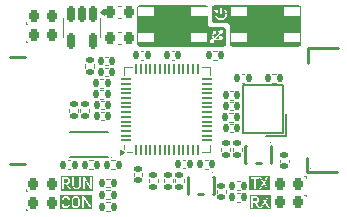
<source format=gbr>
%TF.GenerationSoftware,KiCad,Pcbnew,8.0.8*%
%TF.CreationDate,2025-04-16T19:26:52+02:00*%
%TF.ProjectId,PicoFlash,5069636f-466c-4617-9368-2e6b69636164,1.0*%
%TF.SameCoordinates,Original*%
%TF.FileFunction,Legend,Top*%
%TF.FilePolarity,Positive*%
%FSLAX46Y46*%
G04 Gerber Fmt 4.6, Leading zero omitted, Abs format (unit mm)*
G04 Created by KiCad (PCBNEW 8.0.8) date 2025-04-16 19:26:52*
%MOMM*%
%LPD*%
G01*
G04 APERTURE LIST*
G04 Aperture macros list*
%AMRoundRect*
0 Rectangle with rounded corners*
0 $1 Rounding radius*
0 $2 $3 $4 $5 $6 $7 $8 $9 X,Y pos of 4 corners*
0 Add a 4 corners polygon primitive as box body*
4,1,4,$2,$3,$4,$5,$6,$7,$8,$9,$2,$3,0*
0 Add four circle primitives for the rounded corners*
1,1,$1+$1,$2,$3*
1,1,$1+$1,$4,$5*
1,1,$1+$1,$6,$7*
1,1,$1+$1,$8,$9*
0 Add four rect primitives between the rounded corners*
20,1,$1+$1,$2,$3,$4,$5,0*
20,1,$1+$1,$4,$5,$6,$7,0*
20,1,$1+$1,$6,$7,$8,$9,0*
20,1,$1+$1,$8,$9,$2,$3,0*%
G04 Aperture macros list end*
%ADD10C,0.153000*%
%ADD11C,0.120000*%
%ADD12C,0.100000*%
%ADD13C,0.254000*%
%ADD14C,0.059995*%
%ADD15C,0.152400*%
%ADD16C,0.000000*%
%ADD17C,1.750000*%
%ADD18C,1.000000*%
%ADD19RoundRect,0.140000X0.170000X-0.140000X0.170000X0.140000X-0.170000X0.140000X-0.170000X-0.140000X0*%
%ADD20RoundRect,0.225000X-0.225000X-0.250000X0.225000X-0.250000X0.225000X0.250000X-0.225000X0.250000X0*%
%ADD21RoundRect,0.135000X-0.135000X-0.185000X0.135000X-0.185000X0.135000X0.185000X-0.135000X0.185000X0*%
%ADD22RoundRect,0.135000X0.185000X-0.135000X0.185000X0.135000X-0.185000X0.135000X-0.185000X-0.135000X0*%
%ADD23RoundRect,0.135000X0.135000X0.185000X-0.135000X0.185000X-0.135000X-0.185000X0.135000X-0.185000X0*%
%ADD24RoundRect,0.140000X0.140000X0.170000X-0.140000X0.170000X-0.140000X-0.170000X0.140000X-0.170000X0*%
%ADD25RoundRect,0.135000X-0.185000X0.135000X-0.185000X-0.135000X0.185000X-0.135000X0.185000X0.135000X0*%
%ADD26RoundRect,0.050000X0.050000X-0.387500X0.050000X0.387500X-0.050000X0.387500X-0.050000X-0.387500X0*%
%ADD27RoundRect,0.050000X0.387500X-0.050000X0.387500X0.050000X-0.387500X0.050000X-0.387500X-0.050000X0*%
%ADD28R,3.200000X3.200000*%
%ADD29RoundRect,0.218750X-0.218750X-0.256250X0.218750X-0.256250X0.218750X0.256250X-0.218750X0.256250X0*%
%ADD30R,1.550013X0.600000*%
%ADD31R,1.261722X1.500000*%
%ADD32RoundRect,0.150000X-0.150000X0.512500X-0.150000X-0.512500X0.150000X-0.512500X0.150000X0.512500X0*%
%ADD33R,0.600000X0.280010*%
%ADD34R,0.300000X1.700000*%
%ADD35C,0.700025*%
%ADD36R,1.025032X0.550010*%
%ADD37R,1.025032X0.550012*%
%ADD38R,1.100000X0.300000*%
%ADD39O,2.000000X1.100000*%
%ADD40O,1.800000X1.200000*%
%ADD41R,1.300000X0.700000*%
%ADD42RoundRect,0.140000X-0.170000X0.140000X-0.170000X-0.140000X0.170000X-0.140000X0.170000X0.140000X0*%
%ADD43R,1.200000X1.400000*%
%ADD44RoundRect,0.140000X-0.140000X-0.170000X0.140000X-0.170000X0.140000X0.170000X-0.140000X0.170000X0*%
%ADD45RoundRect,0.218750X0.218750X0.256250X-0.218750X0.256250X-0.218750X-0.256250X0.218750X-0.256250X0*%
%ADD46R,0.398781X0.551181*%
G04 APERTURE END LIST*
D10*
G36*
X7533149Y4152383D02*
G01*
X7583732Y4140419D01*
X7623796Y4109564D01*
X7636412Y4092557D01*
X7655700Y4045260D01*
X7660921Y3996236D01*
X7660014Y3974851D01*
X7649174Y3925559D01*
X7623796Y3882663D01*
X7616624Y3875024D01*
X7574457Y3848101D01*
X7525610Y3839920D01*
X7263782Y3839920D01*
X7263782Y4152551D01*
X7525610Y4152551D01*
X7533149Y4152383D01*
G37*
G36*
X9761390Y3162166D02*
G01*
X7012475Y3162166D01*
X7012475Y3285000D01*
X7123586Y3285000D01*
X7263782Y3285000D01*
X7263782Y3707052D01*
X7472287Y3707052D01*
X7685589Y3285000D01*
X7851919Y3285000D01*
X7661319Y3645991D01*
X7995045Y3645991D01*
X7995850Y3613359D01*
X8000769Y3562109D01*
X8012576Y3505789D01*
X8030823Y3455119D01*
X8055509Y3410100D01*
X8086636Y3370730D01*
X8104514Y3353314D01*
X8144225Y3323621D01*
X8189207Y3300781D01*
X8239462Y3284792D01*
X8294989Y3275656D01*
X8345289Y3273277D01*
X8365967Y3273658D01*
X8424439Y3279368D01*
X8448260Y3285000D01*
X8912421Y3285000D01*
X9051151Y3285000D01*
X9051151Y4021670D01*
X9521807Y3285000D01*
X9650279Y3285000D01*
X9650279Y4285419D01*
X9511549Y4285419D01*
X9511549Y3537356D01*
X9039672Y4285419D01*
X8912421Y4285419D01*
X8912421Y3285000D01*
X8448260Y3285000D01*
X8477570Y3291930D01*
X8525361Y3311344D01*
X8567811Y3337611D01*
X8604919Y3370730D01*
X8626500Y3396349D01*
X8653477Y3439485D01*
X8673979Y3488272D01*
X8688007Y3542708D01*
X8694751Y3592388D01*
X8696999Y3645991D01*
X8696999Y4285419D01*
X8557048Y4285419D01*
X8557048Y3639885D01*
X8556181Y3613244D01*
X8547897Y3558965D01*
X8530842Y3512531D01*
X8501605Y3470137D01*
X8490851Y3459399D01*
X8449177Y3431235D01*
X8398535Y3414806D01*
X8345289Y3410053D01*
X8326910Y3410581D01*
X8276539Y3418502D01*
X8228954Y3438452D01*
X8190195Y3470137D01*
X8174363Y3490123D01*
X8150750Y3537359D01*
X8138675Y3588152D01*
X8135240Y3639885D01*
X8135240Y4285419D01*
X7995045Y4285419D01*
X7995045Y3645991D01*
X7661319Y3645991D01*
X7621306Y3721775D01*
X7624864Y3722620D01*
X7672156Y3743200D01*
X7709971Y3768607D01*
X7745120Y3803056D01*
X7773517Y3844317D01*
X7775756Y3848413D01*
X7795693Y3896249D01*
X7806355Y3944143D01*
X7809909Y3996236D01*
X7809873Y4001678D01*
X7805637Y4053666D01*
X7794341Y4101217D01*
X7773761Y4148399D01*
X7748435Y4186061D01*
X7713910Y4221043D01*
X7672400Y4249271D01*
X7668303Y4251495D01*
X7620399Y4271299D01*
X7572343Y4281889D01*
X7519993Y4285419D01*
X7263782Y4285419D01*
X7123586Y4285419D01*
X7123586Y3285000D01*
X7012475Y3285000D01*
X7012475Y4396530D01*
X9761390Y4396530D01*
X9761390Y3162166D01*
G37*
G36*
X8303897Y2560125D02*
G01*
X8357558Y2551643D01*
X8403922Y2531044D01*
X8442986Y2498329D01*
X8459310Y2477935D01*
X8483658Y2431099D01*
X8496109Y2382054D01*
X8499651Y2332977D01*
X8499651Y2037443D01*
X8499153Y2018561D01*
X8491682Y1966139D01*
X8472868Y1915325D01*
X8442986Y1872335D01*
X8432033Y1861204D01*
X8390779Y1832010D01*
X8342226Y1814979D01*
X8292288Y1810053D01*
X8280767Y1810296D01*
X8227396Y1818811D01*
X8181085Y1839491D01*
X8141835Y1872335D01*
X8125440Y1892852D01*
X8100987Y1939754D01*
X8088483Y1988655D01*
X8084926Y2037443D01*
X8084926Y2332977D01*
X8085426Y2351985D01*
X8092929Y2404658D01*
X8111824Y2455525D01*
X8141835Y2498329D01*
X8152869Y2509416D01*
X8194237Y2538496D01*
X8242666Y2555460D01*
X8292288Y2560367D01*
X8303897Y2560125D01*
G37*
G36*
X9700817Y1562166D02*
G01*
X6991959Y1562166D01*
X6991959Y2322474D01*
X7103070Y2322474D01*
X7103070Y2047213D01*
X7105139Y1999403D01*
X7112569Y1948055D01*
X7125403Y1900217D01*
X7146301Y1850597D01*
X7160669Y1825183D01*
X7190860Y1784066D01*
X7226615Y1748899D01*
X7267934Y1719683D01*
X7298245Y1703912D01*
X7347124Y1686374D01*
X7400100Y1676177D01*
X7450628Y1673277D01*
X7461376Y1673422D01*
X7513345Y1678498D01*
X7562355Y1690824D01*
X7608408Y1710402D01*
X7617265Y1715188D01*
X7658887Y1742585D01*
X7696072Y1775753D01*
X7728820Y1814693D01*
X7737700Y1827441D01*
X7763269Y1872817D01*
X7782637Y1922629D01*
X7794766Y1971253D01*
X7651151Y1971253D01*
X7637009Y1930187D01*
X7611538Y1887867D01*
X7573482Y1851574D01*
X7547901Y1835395D01*
X7502363Y1816905D01*
X7450628Y1810053D01*
X7439259Y1810307D01*
X7386651Y1819189D01*
X7341104Y1840761D01*
X7302616Y1875021D01*
X7283608Y1900862D01*
X7262470Y1945160D01*
X7250181Y1996105D01*
X7246685Y2046968D01*
X7246685Y2322719D01*
X7246840Y2327359D01*
X7941311Y2327359D01*
X7941311Y2043061D01*
X7941558Y2037443D01*
X7943392Y1995762D01*
X7950864Y1944940D01*
X7963771Y1897568D01*
X7984787Y1848399D01*
X7999308Y1823284D01*
X8029773Y1782676D01*
X8065803Y1747979D01*
X8107397Y1719194D01*
X8138008Y1703590D01*
X8187435Y1686236D01*
X8241074Y1676147D01*
X8292288Y1673277D01*
X8331003Y1674891D01*
X8379683Y1682066D01*
X8389655Y1685000D01*
X8851849Y1685000D01*
X8990579Y1685000D01*
X8990579Y2421668D01*
X9461235Y1685000D01*
X9589706Y1685000D01*
X9589706Y2685419D01*
X9450976Y2685419D01*
X9450976Y1937358D01*
X8979099Y2685419D01*
X8851849Y2685419D01*
X8851849Y1685000D01*
X8389655Y1685000D01*
X8430435Y1696998D01*
X8476936Y1719194D01*
X8500795Y1734456D01*
X8539353Y1766525D01*
X8572270Y1804506D01*
X8599546Y1848399D01*
X8618673Y1891889D01*
X8632336Y1938830D01*
X8640533Y1989220D01*
X8643265Y2043061D01*
X8643265Y2327359D01*
X8641173Y2374920D01*
X8633659Y2425898D01*
X8620680Y2473274D01*
X8599546Y2522265D01*
X8585089Y2547309D01*
X8554680Y2587821D01*
X8518629Y2622460D01*
X8476936Y2651225D01*
X8446408Y2666830D01*
X8397073Y2684184D01*
X8343488Y2694273D01*
X8292288Y2697143D01*
X8253565Y2695529D01*
X8204847Y2688354D01*
X8154016Y2673422D01*
X8107397Y2651225D01*
X8083602Y2635970D01*
X8045099Y2603941D01*
X8012161Y2566040D01*
X7984787Y2522265D01*
X7965766Y2478942D01*
X7952180Y2432017D01*
X7944029Y2381490D01*
X7941593Y2332977D01*
X7941311Y2327359D01*
X7246840Y2327359D01*
X7247559Y2348811D01*
X7255916Y2402746D01*
X7273121Y2450073D01*
X7302616Y2494910D01*
X7313421Y2506608D01*
X7354027Y2537291D01*
X7401692Y2555189D01*
X7450628Y2560367D01*
X7488582Y2556533D01*
X7535868Y2540339D01*
X7572204Y2517967D01*
X7607676Y2483919D01*
X7632434Y2447172D01*
X7651151Y2399167D01*
X7794766Y2399167D01*
X7791283Y2415774D01*
X7777512Y2463200D01*
X7756365Y2511681D01*
X7729064Y2555726D01*
X7722928Y2563975D01*
X7689497Y2601728D01*
X7651487Y2633661D01*
X7608897Y2659774D01*
X7599864Y2664299D01*
X7552981Y2682546D01*
X7503235Y2693494D01*
X7450628Y2697143D01*
X7418668Y2696004D01*
X7364328Y2688214D01*
X7314083Y2673043D01*
X7267934Y2650492D01*
X7244292Y2635066D01*
X7206064Y2602641D01*
X7173400Y2564226D01*
X7146301Y2519823D01*
X7127387Y2475889D01*
X7113878Y2428354D01*
X7105772Y2377215D01*
X7103070Y2322474D01*
X6991959Y2322474D01*
X6991959Y2808254D01*
X9700817Y2808254D01*
X9700817Y1562166D01*
G37*
G36*
X23533149Y2552383D02*
G01*
X23583732Y2540419D01*
X23623796Y2509564D01*
X23636412Y2492557D01*
X23655700Y2445260D01*
X23660921Y2396236D01*
X23660014Y2374851D01*
X23649174Y2325559D01*
X23623796Y2282663D01*
X23616624Y2275024D01*
X23574457Y2248101D01*
X23525610Y2239920D01*
X23263782Y2239920D01*
X23263782Y2552551D01*
X23525610Y2552551D01*
X23533149Y2552383D01*
G37*
G36*
X24808110Y1573889D02*
G01*
X23012475Y1573889D01*
X23012475Y1685000D01*
X23123586Y1685000D01*
X23263782Y1685000D01*
X23263782Y2107052D01*
X23472287Y2107052D01*
X23685589Y1685000D01*
X23851919Y1685000D01*
X23926168Y1685000D01*
X24083461Y1685000D01*
X24310275Y2073501D01*
X24539706Y1685000D01*
X24696999Y1685000D01*
X24383147Y2195963D01*
X24681856Y2685419D01*
X24524563Y2685419D01*
X24309367Y2317679D01*
X24091765Y2685419D01*
X23934473Y2685419D01*
X24236431Y2195419D01*
X23926168Y1685000D01*
X23851919Y1685000D01*
X23621306Y2121775D01*
X23624864Y2122620D01*
X23672156Y2143200D01*
X23709971Y2168607D01*
X23745120Y2203056D01*
X23773517Y2244317D01*
X23775756Y2248413D01*
X23795693Y2296249D01*
X23806355Y2344143D01*
X23809909Y2396236D01*
X23809873Y2401678D01*
X23805637Y2453666D01*
X23794341Y2501217D01*
X23773761Y2548399D01*
X23748435Y2586061D01*
X23713910Y2621043D01*
X23672400Y2649271D01*
X23668303Y2651495D01*
X23620399Y2671299D01*
X23572343Y2681889D01*
X23519993Y2685419D01*
X23263782Y2685419D01*
X23123586Y2685419D01*
X23123586Y1685000D01*
X23012475Y1685000D01*
X23012475Y2796530D01*
X24808110Y2796530D01*
X24808110Y1573889D01*
G37*
G36*
X24710762Y3173889D02*
G01*
X22975211Y3173889D01*
X22975211Y4152551D01*
X23086322Y4152551D01*
X23368667Y4152551D01*
X23368667Y3285000D01*
X23508618Y3285000D01*
X23828820Y3285000D01*
X23986113Y3285000D01*
X24212927Y3673501D01*
X24442358Y3285000D01*
X24599651Y3285000D01*
X24285799Y3795963D01*
X24584508Y4285419D01*
X24427215Y4285419D01*
X24212018Y3917678D01*
X23994417Y4285419D01*
X23837124Y4285419D01*
X24139083Y3795419D01*
X23828820Y3285000D01*
X23508618Y3285000D01*
X23508618Y4152551D01*
X23790963Y4152551D01*
X23790963Y4285419D01*
X23086322Y4285419D01*
X23086322Y4152551D01*
X22975211Y4152551D01*
X22975211Y4396530D01*
X24710762Y4396530D01*
X24710762Y3173889D01*
G37*
D11*
%TO.C,C1*%
X20260000Y2992164D02*
X20260000Y3207836D01*
X20980000Y2992164D02*
X20980000Y3207836D01*
%TO.C,C15*%
X11859420Y18810000D02*
X12140580Y18810000D01*
X11859420Y17790000D02*
X12140580Y17790000D01*
%TO.C,R20*%
X9396359Y5730000D02*
X9703641Y5730000D01*
X9396359Y4970000D02*
X9703641Y4970000D01*
%TO.C,R15*%
X14480000Y3846359D02*
X14480000Y4153641D01*
X15240000Y3846359D02*
X15240000Y4153641D01*
%TO.C,R16*%
X20620000Y6496359D02*
X20620000Y6803641D01*
X21380000Y6496359D02*
X21380000Y6803641D01*
%TO.C,R17*%
X19503641Y5020000D02*
X19196359Y5020000D01*
X19503641Y5780000D02*
X19196359Y5780000D01*
%TO.C,R2*%
X21896359Y3930000D02*
X22203641Y3930000D01*
X21896359Y3170000D02*
X22203641Y3170000D01*
%TO.C,C3*%
X16607836Y14240000D02*
X16392164Y14240000D01*
X16607836Y14960000D02*
X16392164Y14960000D01*
%TO.C,R11*%
X7740000Y9786359D02*
X7740000Y10093641D01*
X8500000Y9786359D02*
X8500000Y10093641D01*
%TO.C,R10*%
X9440000Y10093641D02*
X9440000Y9786359D01*
X8680000Y10093641D02*
X8680000Y9786359D01*
%TO.C,R13*%
X21570000Y6496359D02*
X21570000Y6803641D01*
X22330000Y6496359D02*
X22330000Y6803641D01*
%TO.C,U2*%
X13040000Y6390000D02*
X12630000Y6390000D01*
X19610000Y6390000D02*
X18960000Y6390000D01*
X12390000Y7040000D02*
X12390000Y6690000D01*
X19610000Y7040000D02*
X19610000Y6390000D01*
X12390000Y12960000D02*
X12390000Y13610000D01*
X19610000Y12960000D02*
X19610000Y13610000D01*
X12390000Y13610000D02*
X13040000Y13610000D01*
X19610000Y13610000D02*
X18960000Y13610000D01*
X12390000Y6390000D02*
X12060000Y6150000D01*
X12060000Y6630000D01*
X12390000Y6390000D01*
G36*
X12390000Y6390000D02*
G01*
X12060000Y6150000D01*
X12060000Y6630000D01*
X12390000Y6390000D01*
G37*
D12*
%TO.C,D2*%
X4100000Y17400000D02*
X4100000Y17300000D01*
X4100000Y17300000D02*
X4200000Y17300000D01*
D13*
%TO.C,J2*%
X27890005Y4740005D02*
X30430010Y4740005D01*
X27890005Y5940005D02*
X27890005Y4740005D01*
X27930010Y13980010D02*
X27930010Y15219990D01*
X27930010Y15219990D02*
X30469990Y15219990D01*
D14*
X28180023Y5000000D02*
G75*
G02*
X28120079Y5000000I-29972J0D01*
G01*
X28120079Y5000000D02*
G75*
G02*
X28180023Y5000000I29972J0D01*
G01*
D12*
%TO.C,D5*%
X4100000Y15850000D02*
X4100000Y15750000D01*
X4100000Y15750000D02*
X4200000Y15750000D01*
D11*
%TO.C,U1*%
X10360000Y16950000D02*
X10360000Y17750000D01*
X10360000Y16950000D02*
X10360000Y16150000D01*
X7240000Y16950000D02*
X7240000Y17750000D01*
X7240000Y16950000D02*
X7240000Y16150000D01*
X10640000Y18010000D02*
X10310000Y18250000D01*
X10640000Y18490000D01*
X10640000Y18010000D01*
G36*
X10640000Y18010000D02*
G01*
X10310000Y18250000D01*
X10640000Y18490000D01*
X10640000Y18010000D01*
G37*
%TO.C,R4*%
X11153641Y1420000D02*
X10846359Y1420000D01*
X11153641Y2180000D02*
X10846359Y2180000D01*
%TO.C,R19*%
X19946359Y14980000D02*
X20253641Y14980000D01*
X19946359Y14220000D02*
X20253641Y14220000D01*
D15*
%TO.C,U4*%
X7823673Y6003851D02*
X10976048Y6003851D01*
X10976048Y8156327D02*
X7823673Y8156327D01*
D14*
X11329972Y5980000D02*
G75*
G02*
X11270028Y5980000I-29972J0D01*
G01*
X11270028Y5980000D02*
G75*
G02*
X11329972Y5980000I29972J0D01*
G01*
D11*
%TO.C,R24*%
X10633641Y10940000D02*
X10326359Y10940000D01*
X10633641Y11700000D02*
X10326359Y11700000D01*
%TO.C,C16*%
X25580000Y5572164D02*
X25580000Y5787836D01*
X26300000Y5572164D02*
X26300000Y5787836D01*
%TO.C,R1*%
X21896359Y2980000D02*
X22203641Y2980000D01*
X21896359Y2220000D02*
X22203641Y2220000D01*
D13*
%TO.C,J10*%
X2700000Y14499924D02*
X3950000Y14499924D01*
X2700000Y5427915D02*
X3950000Y5427915D01*
D11*
%TO.C,R25*%
X10633641Y11880000D02*
X10326359Y11880000D01*
X10633641Y12640000D02*
X10326359Y12640000D01*
D13*
%TO.C,U5*%
X18599949Y15499924D02*
X18599949Y15568809D01*
X18599949Y15499924D02*
X14399949Y15499949D01*
X18599949Y16681077D02*
X18599949Y17718821D01*
X17261951Y16564948D02*
X15737948Y16564948D01*
X17261925Y17834925D02*
X15737922Y17834925D01*
X14399949Y15499949D02*
X14399949Y15568809D01*
X14399949Y16681077D02*
X14399949Y17718821D01*
X17261925Y17834925D02*
G75*
G02*
X17263145Y16564363I610J-635281D01*
G01*
X15737948Y16564948D02*
G75*
G02*
X15739141Y17834365I4567J634705D01*
G01*
D14*
X19080011Y15575006D02*
G75*
G02*
X19020015Y15575006I-29998J0D01*
G01*
X19020015Y15575006D02*
G75*
G02*
X19080011Y15575006I29998J0D01*
G01*
D11*
%TO.C,R6*%
X9830000Y13853641D02*
X9830000Y13546359D01*
X9070000Y13853641D02*
X9070000Y13546359D01*
%TO.C,R14*%
X15720000Y3846359D02*
X15720000Y4153641D01*
X16480000Y3846359D02*
X16480000Y4153641D01*
%TO.C,C8*%
X13930000Y4647836D02*
X13930000Y4432164D01*
X13210000Y4647836D02*
X13210000Y4432164D01*
%TO.C,C7*%
X10657836Y9110000D02*
X10442164Y9110000D01*
X10657836Y9830000D02*
X10442164Y9830000D01*
D15*
%TO.C,Y1*%
X24409886Y7792799D02*
X26067087Y7792799D01*
X26067087Y7792799D02*
X26067087Y9650000D01*
X22481260Y8021400D02*
X22481260Y12078600D01*
X25838486Y8021400D02*
X22481260Y8021400D01*
X22481260Y12078600D02*
X25838486Y12078600D01*
X25838486Y12078600D02*
X25838486Y8021400D01*
D11*
%TO.C,C6*%
X7807836Y4990000D02*
X7592164Y4990000D01*
X7807836Y5710000D02*
X7592164Y5710000D01*
%TO.C,C19*%
X21342164Y8805800D02*
X21557836Y8805800D01*
X21342164Y8085800D02*
X21557836Y8085800D01*
%TO.C,R12*%
X21276359Y9760000D02*
X21583641Y9760000D01*
X21276359Y9000000D02*
X21583641Y9000000D01*
%TO.C,C20*%
X22557836Y12290000D02*
X22342164Y12290000D01*
X22557836Y13010000D02*
X22342164Y13010000D01*
%TO.C,C4*%
X13792164Y14960000D02*
X14007836Y14960000D01*
X13792164Y14240000D02*
X14007836Y14240000D01*
%TO.C,R7*%
X11296359Y5730000D02*
X11603641Y5730000D01*
X11296359Y4970000D02*
X11603641Y4970000D01*
D12*
%TO.C,D6*%
X4050000Y1600000D02*
X4050000Y1500000D01*
X4050000Y1500000D02*
X4150000Y1500000D01*
D11*
%TO.C,R5*%
X11153641Y3420000D02*
X10846359Y3420000D01*
X11153641Y4180000D02*
X10846359Y4180000D01*
%TO.C,C9*%
X11007836Y12830000D02*
X10792164Y12830000D01*
X11007836Y13550000D02*
X10792164Y13550000D01*
D13*
%TO.C,U8*%
X26449949Y15499924D02*
X26449949Y15568809D01*
X26449949Y15499924D02*
X22249949Y15499949D01*
X26449949Y16681077D02*
X26449949Y17718821D01*
X25111951Y16564948D02*
X23587948Y16564948D01*
X25111925Y17834925D02*
X23587922Y17834925D01*
X22249949Y15499949D02*
X22249949Y15568809D01*
X22249949Y16681077D02*
X22249949Y17718821D01*
X25111925Y17834925D02*
G75*
G02*
X25113145Y16564363I610J-635281D01*
G01*
X23587948Y16564948D02*
G75*
G02*
X23589141Y17834365I4567J634705D01*
G01*
D14*
X26930011Y15575006D02*
G75*
G02*
X26870015Y15575006I-29998J0D01*
G01*
X26870015Y15575006D02*
G75*
G02*
X26930011Y15575006I29998J0D01*
G01*
D11*
%TO.C,C18*%
X21342164Y11585800D02*
X21557836Y11585800D01*
X21342164Y10865800D02*
X21557836Y10865800D01*
D12*
%TO.C,D1*%
X27750000Y2700000D02*
X27750000Y2800000D01*
X27750000Y2800000D02*
X27650000Y2800000D01*
D11*
%TO.C,C11*%
X11007836Y13750000D02*
X10792164Y13750000D01*
X11007836Y14470000D02*
X10792164Y14470000D01*
%TO.C,C14*%
X11859420Y16560000D02*
X12140580Y16560000D01*
X11859420Y15540000D02*
X12140580Y15540000D01*
D12*
%TO.C,D7*%
X4050000Y3250000D02*
X4050000Y3150000D01*
X4050000Y3150000D02*
X4150000Y3150000D01*
%TO.C,D4*%
X27750000Y4250000D02*
X27750000Y4350000D01*
X27750000Y4350000D02*
X27650000Y4350000D01*
D11*
%TO.C,C10*%
X17342164Y5750000D02*
X17557836Y5750000D01*
X17342164Y5030000D02*
X17557836Y5030000D01*
D13*
%TO.C,U3*%
X17749949Y2899949D02*
X17749949Y4299949D01*
X17759500Y2899949D02*
X17749949Y2899949D01*
X19080302Y2899949D02*
X18619596Y2899949D01*
X19949949Y2899949D02*
X19940399Y2899949D01*
X19949949Y2899949D02*
X19949949Y4299949D01*
X17759500Y4299949D02*
X17749949Y4299949D01*
X19949949Y4299949D02*
X19914999Y4299949D01*
D14*
X19904940Y4662459D02*
G75*
G02*
X19844946Y4662459I-29997J0D01*
G01*
X19844946Y4662459D02*
G75*
G02*
X19904940Y4662459I29997J0D01*
G01*
D11*
%TO.C,R3*%
X11153641Y2420000D02*
X10846359Y2420000D01*
X11153641Y3180000D02*
X10846359Y3180000D01*
D13*
%TO.C,U6*%
X22649949Y5499949D02*
X22649949Y6899949D01*
X22659500Y5499949D02*
X22649949Y5499949D01*
X23980302Y5499949D02*
X23519596Y5499949D01*
X24849949Y5499949D02*
X24840399Y5499949D01*
X24849949Y5499949D02*
X24849949Y6899949D01*
X22659500Y6899949D02*
X22649949Y6899949D01*
X24849949Y6899949D02*
X24814999Y6899949D01*
D14*
X24804940Y7262459D02*
G75*
G02*
X24744946Y7262459I-29997J0D01*
G01*
X24744946Y7262459D02*
G75*
G02*
X24804940Y7262459I29997J0D01*
G01*
D11*
%TO.C,R9*%
X16670000Y3846359D02*
X16670000Y4153641D01*
X17430000Y3846359D02*
X17430000Y4153641D01*
%TO.C,R18*%
X25203641Y12270000D02*
X24896359Y12270000D01*
X25203641Y13030000D02*
X24896359Y13030000D01*
%TO.C,C2*%
X21342164Y10665800D02*
X21557836Y10665800D01*
X21342164Y9945800D02*
X21557836Y9945800D01*
%TO.C,C17*%
X10657836Y10030000D02*
X10442164Y10030000D01*
X10657836Y10750000D02*
X10442164Y10750000D01*
D16*
%TO.C,G\u002A\u002A\u002A*%
G36*
X20226163Y16819664D02*
G01*
X20251234Y16819662D01*
X20276209Y16819658D01*
X20301041Y16819652D01*
X20325686Y16819645D01*
X20350098Y16819637D01*
X20374230Y16819627D01*
X20398038Y16819616D01*
X20421476Y16819603D01*
X20444497Y16819589D01*
X20467057Y16819573D01*
X20489110Y16819555D01*
X20510610Y16819536D01*
X20531512Y16819515D01*
X20551770Y16819493D01*
X20571338Y16819469D01*
X20590171Y16819444D01*
X20608223Y16819417D01*
X20625448Y16819389D01*
X20641801Y16819359D01*
X20657237Y16819328D01*
X20671709Y16819295D01*
X20685172Y16819261D01*
X20697580Y16819225D01*
X20708888Y16819188D01*
X20719050Y16819149D01*
X20728021Y16819108D01*
X20735755Y16819066D01*
X20742206Y16819023D01*
X20747328Y16818978D01*
X20751077Y16818932D01*
X20753405Y16818884D01*
X20754202Y16818846D01*
X20766386Y16816794D01*
X20778159Y16813327D01*
X20789406Y16808498D01*
X20800013Y16802364D01*
X20809863Y16794979D01*
X20816172Y16789172D01*
X20824389Y16779910D01*
X20831394Y16769814D01*
X20837131Y16758997D01*
X20841545Y16747576D01*
X20844581Y16735663D01*
X20845846Y16727201D01*
X20845895Y16725994D01*
X20845943Y16723332D01*
X20845989Y16719261D01*
X20846033Y16713826D01*
X20846076Y16707074D01*
X20846118Y16699049D01*
X20846158Y16689797D01*
X20846197Y16679365D01*
X20846234Y16667797D01*
X20846269Y16655139D01*
X20846303Y16641438D01*
X20846335Y16626737D01*
X20846366Y16611084D01*
X20846396Y16594523D01*
X20846424Y16577100D01*
X20846450Y16558861D01*
X20846475Y16539852D01*
X20846498Y16520117D01*
X20846520Y16499704D01*
X20846540Y16478656D01*
X20846559Y16457021D01*
X20846576Y16434842D01*
X20846592Y16412167D01*
X20846606Y16389041D01*
X20846619Y16365509D01*
X20846630Y16341617D01*
X20846640Y16317410D01*
X20846648Y16292935D01*
X20846655Y16268236D01*
X20846660Y16243359D01*
X20846664Y16218351D01*
X20846666Y16193256D01*
X20846666Y16168120D01*
X20846666Y16142989D01*
X20846663Y16117909D01*
X20846659Y16092924D01*
X20846654Y16068081D01*
X20846647Y16043425D01*
X20846638Y16019002D01*
X20846628Y15994857D01*
X20846617Y15971037D01*
X20846604Y15947586D01*
X20846589Y15924550D01*
X20846573Y15901975D01*
X20846555Y15879907D01*
X20846536Y15858390D01*
X20846516Y15837472D01*
X20846493Y15817196D01*
X20846470Y15797610D01*
X20846445Y15778758D01*
X20846418Y15760686D01*
X20846390Y15743440D01*
X20846360Y15727065D01*
X20846329Y15711607D01*
X20846296Y15697112D01*
X20846262Y15683624D01*
X20846226Y15671191D01*
X20846189Y15659857D01*
X20846150Y15649668D01*
X20846109Y15640669D01*
X20846068Y15632907D01*
X20846024Y15626426D01*
X20845979Y15621273D01*
X20845933Y15617493D01*
X20845885Y15615131D01*
X20845846Y15614298D01*
X20843794Y15602114D01*
X20840327Y15590341D01*
X20835499Y15579094D01*
X20829365Y15568487D01*
X20821980Y15558636D01*
X20816172Y15552328D01*
X20806910Y15544111D01*
X20796814Y15537106D01*
X20785998Y15531369D01*
X20774576Y15526955D01*
X20762664Y15523919D01*
X20754202Y15522654D01*
X20753055Y15522611D01*
X20750455Y15522570D01*
X20746445Y15522530D01*
X20741072Y15522491D01*
X20734381Y15522454D01*
X20726418Y15522418D01*
X20717228Y15522384D01*
X20706856Y15522351D01*
X20695348Y15522319D01*
X20682750Y15522288D01*
X20669107Y15522259D01*
X20654464Y15522231D01*
X20638868Y15522205D01*
X20622363Y15522180D01*
X20604995Y15522156D01*
X20586810Y15522134D01*
X20567853Y15522112D01*
X20548170Y15522093D01*
X20527806Y15522074D01*
X20506806Y15522057D01*
X20485217Y15522041D01*
X20463083Y15522027D01*
X20440451Y15522014D01*
X20417365Y15522002D01*
X20393871Y15521992D01*
X20370016Y15521983D01*
X20345843Y15521975D01*
X20321399Y15521968D01*
X20296729Y15521963D01*
X20271879Y15521959D01*
X20246894Y15521957D01*
X20221820Y15521956D01*
X20196702Y15521956D01*
X20171586Y15521957D01*
X20146517Y15521960D01*
X20121541Y15521964D01*
X20096703Y15521969D01*
X20072049Y15521976D01*
X20047624Y15521984D01*
X20023475Y15521993D01*
X19999645Y15522004D01*
X19976181Y15522016D01*
X19953129Y15522029D01*
X19930533Y15522043D01*
X19908440Y15522059D01*
X19886894Y15522076D01*
X19865942Y15522095D01*
X19845629Y15522114D01*
X19826000Y15522135D01*
X19807101Y15522158D01*
X19788978Y15522181D01*
X19771675Y15522206D01*
X19755239Y15522232D01*
X19739715Y15522260D01*
X19725148Y15522288D01*
X19711584Y15522318D01*
X19699068Y15522350D01*
X19687647Y15522382D01*
X19677364Y15522416D01*
X19668267Y15522451D01*
X19660400Y15522488D01*
X19653810Y15522525D01*
X19648540Y15522564D01*
X19644638Y15522605D01*
X19642148Y15522646D01*
X19641140Y15522686D01*
X19629357Y15524723D01*
X19617967Y15528148D01*
X19607080Y15532876D01*
X19596805Y15538822D01*
X19587250Y15545900D01*
X19578525Y15554027D01*
X19570739Y15563117D01*
X19564001Y15573084D01*
X19558419Y15583845D01*
X19556355Y15588816D01*
X19555483Y15591305D01*
X19554410Y15594690D01*
X19553308Y15598415D01*
X19552792Y15600262D01*
X19550748Y15607764D01*
X19550748Y15789573D01*
X19622719Y15789573D01*
X19622839Y15782570D01*
X19623147Y15776119D01*
X19623644Y15770597D01*
X19623953Y15768362D01*
X19624615Y15764199D01*
X19625320Y15759685D01*
X19625946Y15755599D01*
X19626124Y15754418D01*
X19626816Y15750986D01*
X19627990Y15746472D01*
X19629547Y15741176D01*
X19631387Y15735398D01*
X19633411Y15729438D01*
X19635519Y15723597D01*
X19637610Y15718175D01*
X19639586Y15713473D01*
X19640067Y15712410D01*
X19644052Y15704416D01*
X19648346Y15697014D01*
X19652716Y15690596D01*
X19653856Y15689112D01*
X19655763Y15686542D01*
X19657493Y15683944D01*
X19658460Y15682274D01*
X19659330Y15681082D01*
X19661145Y15678985D01*
X19663775Y15676120D01*
X19667087Y15672628D01*
X19670951Y15668646D01*
X19675235Y15664314D01*
X19679100Y15660468D01*
X19684949Y15654728D01*
X19689871Y15649985D01*
X19693969Y15646144D01*
X19697349Y15643113D01*
X19700113Y15640796D01*
X19702366Y15639100D01*
X19703655Y15638256D01*
X19709616Y15634643D01*
X19714514Y15631698D01*
X19718561Y15629301D01*
X19721970Y15627330D01*
X19724953Y15625664D01*
X19727723Y15624180D01*
X19730492Y15622759D01*
X19732851Y15621584D01*
X19741153Y15617944D01*
X19750503Y15614624D01*
X19760465Y15611741D01*
X19770602Y15609411D01*
X19780477Y15607749D01*
X19787794Y15606987D01*
X19791192Y15606694D01*
X19794495Y15606323D01*
X19797029Y15605950D01*
X19797171Y15605924D01*
X19799857Y15605624D01*
X19803697Y15605473D01*
X19808353Y15605464D01*
X19813486Y15605589D01*
X19818758Y15605842D01*
X19823832Y15606215D01*
X19827177Y15606555D01*
X19831415Y15607085D01*
X19835998Y15607713D01*
X19840165Y15608335D01*
X19841577Y15608564D01*
X19845579Y15609410D01*
X19850629Y15610751D01*
X19856403Y15612475D01*
X19862576Y15614473D01*
X19868822Y15616634D01*
X19874817Y15618848D01*
X19880235Y15621006D01*
X19884753Y15622998D01*
X19886064Y15623636D01*
X19891657Y15626555D01*
X19897108Y15629591D01*
X19902169Y15632590D01*
X19906589Y15635400D01*
X19910119Y15637869D01*
X19912319Y15639664D01*
X19914814Y15641684D01*
X19917777Y15643686D01*
X19919215Y15644516D01*
X19921281Y15645909D01*
X19924100Y15648223D01*
X19927459Y15651242D01*
X19931147Y15654751D01*
X19934951Y15658536D01*
X19938659Y15662381D01*
X19942058Y15666071D01*
X19944936Y15669391D01*
X19947080Y15672127D01*
X19948183Y15673860D01*
X19949741Y15676455D01*
X19951878Y15679413D01*
X19953877Y15681804D01*
X19956573Y15685123D01*
X19959636Y15689500D01*
X19962872Y15694599D01*
X19966089Y15700086D01*
X19969093Y15705627D01*
X19971692Y15710886D01*
X19973692Y15715529D01*
X19974320Y15717252D01*
X19975607Y15720830D01*
X19977032Y15724435D01*
X19978340Y15727433D01*
X19978678Y15728129D01*
X19979511Y15730035D01*
X19980357Y15732508D01*
X19981250Y15735689D01*
X19982223Y15739723D01*
X19983309Y15744752D01*
X19984543Y15750919D01*
X19985957Y15758366D01*
X19986608Y15761884D01*
X19987294Y15765709D01*
X19987790Y15768847D01*
X19988117Y15771651D01*
X19988293Y15774472D01*
X19988339Y15777662D01*
X19988275Y15781574D01*
X19988121Y15786560D01*
X19988079Y15787764D01*
X19987860Y15792811D01*
X19987566Y15797755D01*
X19987223Y15802245D01*
X19986860Y15805931D01*
X19986508Y15808428D01*
X19985968Y15811942D01*
X19985590Y15815597D01*
X19985458Y15818400D01*
X19985173Y15821666D01*
X19984287Y15825837D01*
X19982758Y15831114D01*
X19982505Y15831903D01*
X19981282Y15835853D01*
X19980165Y15839740D01*
X19979282Y15843103D01*
X19978778Y15845387D01*
X19977999Y15848174D01*
X19976477Y15852104D01*
X19974264Y15857049D01*
X19971913Y15861891D01*
X19969696Y15866374D01*
X19968097Y15869755D01*
X19967031Y15872260D01*
X19966412Y15874110D01*
X19966156Y15875530D01*
X19966177Y15876744D01*
X19966196Y15876902D01*
X19966363Y15877631D01*
X19966738Y15878481D01*
X19967406Y15879548D01*
X19968453Y15880927D01*
X19969964Y15882714D01*
X19972025Y15885004D01*
X19974721Y15887891D01*
X19978138Y15891471D01*
X19982361Y15895839D01*
X19987476Y15901090D01*
X19993037Y15906777D01*
X19998269Y15912102D01*
X20003240Y15917121D01*
X20007840Y15921727D01*
X20011960Y15925814D01*
X20015492Y15929274D01*
X20018327Y15932000D01*
X20020356Y15933884D01*
X20021471Y15934821D01*
X20021574Y15934884D01*
X20024104Y15935682D01*
X20027553Y15935882D01*
X20032061Y15935477D01*
X20037766Y15934463D01*
X20039168Y15934164D01*
X20043425Y15933291D01*
X20048040Y15932441D01*
X20052288Y15931743D01*
X20054097Y15931485D01*
X20057656Y15930964D01*
X20062070Y15930243D01*
X20066724Y15929424D01*
X20070225Y15928765D01*
X20075620Y15927713D01*
X20079775Y15926910D01*
X20082921Y15926316D01*
X20085290Y15925889D01*
X20087115Y15925589D01*
X20088626Y15925376D01*
X20090057Y15925208D01*
X20091229Y15925087D01*
X20093177Y15924861D01*
X20095422Y15924534D01*
X20098168Y15924067D01*
X20101623Y15923424D01*
X20105992Y15922565D01*
X20111480Y15921454D01*
X20115984Y15920529D01*
X20119618Y15919790D01*
X20122818Y15919174D01*
X20125953Y15918617D01*
X20129388Y15918057D01*
X20133492Y15917433D01*
X20138632Y15916684D01*
X20139989Y15916489D01*
X20143755Y15915892D01*
X20147864Y15915159D01*
X20150866Y15914563D01*
X20159303Y15912792D01*
X20166410Y15911357D01*
X20172313Y15910234D01*
X20177137Y15909399D01*
X20180497Y15908896D01*
X20193528Y15906819D01*
X20203376Y15904860D01*
X20206803Y15904193D01*
X20210879Y15903510D01*
X20214760Y15902951D01*
X20215003Y15902920D01*
X20218573Y15902403D01*
X20223349Y15901607D01*
X20229070Y15900579D01*
X20235479Y15899366D01*
X20242317Y15898016D01*
X20245009Y15897469D01*
X20246651Y15897134D01*
X20249236Y15896607D01*
X20252236Y15895996D01*
X20252572Y15895927D01*
X20256172Y15895261D01*
X20260419Y15894573D01*
X20264469Y15893999D01*
X20264949Y15893938D01*
X20268036Y15893494D01*
X20272157Y15892814D01*
X20276880Y15891974D01*
X20281773Y15891050D01*
X20284392Y15890531D01*
X20288723Y15889679D01*
X20292672Y15888946D01*
X20295949Y15888381D01*
X20298265Y15888035D01*
X20299202Y15887950D01*
X20300729Y15887800D01*
X20303479Y15887387D01*
X20307204Y15886754D01*
X20311658Y15885945D01*
X20316595Y15885006D01*
X20321769Y15883981D01*
X20326025Y15883104D01*
X20338557Y15880696D01*
X20349956Y15878999D01*
X20360414Y15878031D01*
X20370128Y15877806D01*
X20379291Y15878341D01*
X20388099Y15879651D01*
X20396746Y15881752D01*
X20405426Y15884658D01*
X20414333Y15888387D01*
X20418932Y15890564D01*
X20423323Y15892750D01*
X20426689Y15894545D01*
X20429375Y15896176D01*
X20431724Y15897869D01*
X20434078Y15899850D01*
X20436766Y15902333D01*
X20439882Y15905144D01*
X20443152Y15907866D01*
X20446142Y15910149D01*
X20448029Y15911419D01*
X20449681Y15912581D01*
X20451943Y15914451D01*
X20454881Y15917092D01*
X20458560Y15920566D01*
X20463048Y15924936D01*
X20468410Y15930265D01*
X20474713Y15936617D01*
X20476227Y15938151D01*
X20481971Y15943969D01*
X20486771Y15948798D01*
X20490722Y15952728D01*
X20493922Y15955848D01*
X20496467Y15958250D01*
X20498455Y15960024D01*
X20499982Y15961259D01*
X20501146Y15962046D01*
X20502042Y15962474D01*
X20502500Y15962599D01*
X20504751Y15962809D01*
X20506613Y15962644D01*
X20506722Y15962612D01*
X20507779Y15961918D01*
X20509639Y15960343D01*
X20512071Y15958094D01*
X20514846Y15955378D01*
X20515977Y15954233D01*
X20521075Y15949313D01*
X20525754Y15945391D01*
X20529302Y15942935D01*
X20532401Y15940940D01*
X20535472Y15938779D01*
X20537927Y15936867D01*
X20538248Y15936591D01*
X20542390Y15933586D01*
X20547678Y15930750D01*
X20553757Y15928239D01*
X20560273Y15926209D01*
X20563822Y15925372D01*
X20567883Y15924594D01*
X20571519Y15924080D01*
X20575237Y15923788D01*
X20579543Y15923674D01*
X20583701Y15923682D01*
X20593421Y15924098D01*
X20601962Y15925179D01*
X20609508Y15926964D01*
X20616245Y15929489D01*
X20619592Y15931164D01*
X20622947Y15933125D01*
X20626278Y15935274D01*
X20629036Y15937254D01*
X20629866Y15937925D01*
X20632639Y15940103D01*
X20635750Y15942273D01*
X20637514Y15943370D01*
X20638654Y15944196D01*
X20640484Y15945764D01*
X20643041Y15948109D01*
X20646362Y15951268D01*
X20650483Y15955277D01*
X20655442Y15960172D01*
X20661274Y15965990D01*
X20668018Y15972766D01*
X20675708Y15980537D01*
X20684384Y15989338D01*
X20688689Y15993716D01*
X20697171Y16002356D01*
X20704656Y16009999D01*
X20711207Y16016710D01*
X20716885Y16022556D01*
X20721752Y16027601D01*
X20725871Y16031913D01*
X20729304Y16035557D01*
X20732112Y16038599D01*
X20734358Y16041103D01*
X20736104Y16043137D01*
X20737412Y16044765D01*
X20738344Y16046054D01*
X20738819Y16046814D01*
X20740617Y16049701D01*
X20742550Y16052447D01*
X20744202Y16054462D01*
X20744217Y16054477D01*
X20745652Y16056318D01*
X20747425Y16059065D01*
X20749247Y16062260D01*
X20750102Y16063912D01*
X20753066Y16071266D01*
X20755201Y16079614D01*
X20756483Y16088687D01*
X20756891Y16098215D01*
X20756400Y16107926D01*
X20754989Y16117552D01*
X20754772Y16118615D01*
X20753897Y16122629D01*
X20753085Y16125774D01*
X20752172Y16128439D01*
X20750992Y16131010D01*
X20749380Y16133876D01*
X20747171Y16137424D01*
X20745938Y16139347D01*
X20742218Y16145085D01*
X20739112Y16149758D01*
X20736454Y16153581D01*
X20734078Y16156770D01*
X20731818Y16159540D01*
X20729507Y16162106D01*
X20726978Y16164685D01*
X20724584Y16166999D01*
X20722807Y16168709D01*
X20720056Y16171384D01*
X20716425Y16174930D01*
X20712007Y16179256D01*
X20706894Y16184272D01*
X20701181Y16189885D01*
X20694960Y16196005D01*
X20688324Y16202539D01*
X20681366Y16209396D01*
X20674181Y16216484D01*
X20667986Y16222600D01*
X20659089Y16231378D01*
X20651196Y16239143D01*
X20644252Y16245946D01*
X20638205Y16251839D01*
X20633000Y16256872D01*
X20628584Y16261098D01*
X20624902Y16264567D01*
X20621902Y16267330D01*
X20619529Y16269439D01*
X20617730Y16270945D01*
X20616450Y16271899D01*
X20615864Y16272252D01*
X20613200Y16273820D01*
X20610195Y16275905D01*
X20608059Y16277595D01*
X20604034Y16280555D01*
X20599044Y16283503D01*
X20593602Y16286176D01*
X20588224Y16288311D01*
X20585576Y16289132D01*
X20582455Y16289878D01*
X20578424Y16290684D01*
X20574068Y16291442D01*
X20570925Y16291913D01*
X20567259Y16292397D01*
X20564412Y16292685D01*
X20561942Y16292770D01*
X20559406Y16292644D01*
X20556361Y16292300D01*
X20552365Y16291731D01*
X20551421Y16291590D01*
X20546254Y16290796D01*
X20542239Y16290094D01*
X20539040Y16289392D01*
X20536322Y16288597D01*
X20533748Y16287614D01*
X20530981Y16286351D01*
X20528940Y16285345D01*
X20525083Y16283400D01*
X20521729Y16281648D01*
X20518738Y16279975D01*
X20515968Y16278267D01*
X20513280Y16276409D01*
X20510532Y16274287D01*
X20507583Y16271787D01*
X20504293Y16268793D01*
X20500521Y16265192D01*
X20496126Y16260869D01*
X20490967Y16255710D01*
X20484905Y16249600D01*
X20484615Y16249308D01*
X20478608Y16243244D01*
X20471815Y16236386D01*
X20464504Y16229006D01*
X20456945Y16221377D01*
X20449408Y16213769D01*
X20442162Y16206455D01*
X20435477Y16199706D01*
X20433172Y16197380D01*
X20427034Y16191175D01*
X20421858Y16185917D01*
X20417544Y16181495D01*
X20413991Y16177800D01*
X20411098Y16174720D01*
X20408764Y16172143D01*
X20406889Y16169961D01*
X20405371Y16168060D01*
X20404109Y16166332D01*
X20403003Y16164665D01*
X20402200Y16163362D01*
X20398341Y16156751D01*
X20395300Y16151054D01*
X20392969Y16146003D01*
X20391241Y16141332D01*
X20390009Y16136773D01*
X20389163Y16132061D01*
X20388974Y16130617D01*
X20388519Y16127071D01*
X20388018Y16123468D01*
X20387578Y16120569D01*
X20387565Y16120490D01*
X20387354Y16117109D01*
X20387590Y16112552D01*
X20388246Y16107067D01*
X20389291Y16100901D01*
X20390624Y16094610D01*
X20392292Y16089127D01*
X20394751Y16083229D01*
X20397738Y16077453D01*
X20400987Y16072334D01*
X20402806Y16069974D01*
X20405139Y16067023D01*
X20407489Y16063768D01*
X20409303Y16060986D01*
X20411188Y16058351D01*
X20414005Y16055091D01*
X20417495Y16051497D01*
X20419631Y16049460D01*
X20423361Y16045929D01*
X20426061Y16043156D01*
X20427856Y16040939D01*
X20428870Y16039079D01*
X20429228Y16037373D01*
X20429054Y16035622D01*
X20428806Y16034664D01*
X20428441Y16033787D01*
X20427752Y16032666D01*
X20426654Y16031209D01*
X20425062Y16029323D01*
X20422890Y16026914D01*
X20420053Y16023889D01*
X20416467Y16020155D01*
X20412044Y16015619D01*
X20406701Y16010188D01*
X20402281Y16005717D01*
X20397066Y16000477D01*
X20392067Y15995507D01*
X20387404Y15990921D01*
X20383195Y15986836D01*
X20379560Y15983364D01*
X20376617Y15980622D01*
X20374486Y15978722D01*
X20373285Y15977781D01*
X20373284Y15977780D01*
X20371244Y15976703D01*
X20369162Y15976043D01*
X20366759Y15975797D01*
X20363754Y15975961D01*
X20359868Y15976530D01*
X20354819Y15977502D01*
X20354730Y15977520D01*
X20348920Y15978681D01*
X20343699Y15979649D01*
X20338436Y15980532D01*
X20332500Y15981441D01*
X20330526Y15981731D01*
X20326920Y15982307D01*
X20322145Y15983146D01*
X20316498Y15984194D01*
X20310275Y15985394D01*
X20303773Y15986692D01*
X20300895Y15987280D01*
X20293205Y15988718D01*
X20285166Y15989967D01*
X20282142Y15990368D01*
X20280229Y15990665D01*
X20277149Y15991212D01*
X20273206Y15991952D01*
X20268700Y15992829D01*
X20263935Y15993785D01*
X20263763Y15993820D01*
X20258682Y15994832D01*
X20253555Y15995810D01*
X20248768Y15996683D01*
X20244711Y15997381D01*
X20242009Y15997799D01*
X20239029Y15998257D01*
X20234945Y15998942D01*
X20230086Y15999795D01*
X20224780Y16000755D01*
X20219358Y16001759D01*
X20214147Y16002748D01*
X20209478Y16003661D01*
X20205678Y16004437D01*
X20203376Y16004944D01*
X20200891Y16005424D01*
X20197775Y16005890D01*
X20195875Y16006117D01*
X20193602Y16006424D01*
X20190221Y16006970D01*
X20186092Y16007692D01*
X20181576Y16008529D01*
X20178615Y16009102D01*
X20174079Y16009976D01*
X20169734Y16010775D01*
X20165928Y16011438D01*
X20163011Y16011904D01*
X20161736Y16012074D01*
X20158527Y16012483D01*
X20154919Y16013018D01*
X20153116Y16013318D01*
X20151548Y16013597D01*
X20149791Y16013922D01*
X20147660Y16014327D01*
X20144972Y16014851D01*
X20141541Y16015528D01*
X20137183Y16016395D01*
X20131714Y16017488D01*
X20125344Y16018764D01*
X20122252Y16019336D01*
X20119508Y16019762D01*
X20117618Y16019963D01*
X20117381Y16019970D01*
X20115412Y16020433D01*
X20113459Y16021525D01*
X20112390Y16022446D01*
X20111697Y16023354D01*
X20111458Y16024374D01*
X20111755Y16025626D01*
X20112666Y16027235D01*
X20114270Y16029322D01*
X20116649Y16032011D01*
X20119880Y16035423D01*
X20124045Y16039683D01*
X20127509Y16043186D01*
X20129258Y16044953D01*
X20132017Y16047747D01*
X20135744Y16051524D01*
X20140397Y16056242D01*
X20145934Y16061858D01*
X20152313Y16068329D01*
X20159491Y16075612D01*
X20167426Y16083664D01*
X20176076Y16092442D01*
X20185399Y16101904D01*
X20195353Y16112007D01*
X20205895Y16122708D01*
X20216983Y16133965D01*
X20228576Y16145733D01*
X20240630Y16157971D01*
X20253104Y16170636D01*
X20265955Y16183684D01*
X20279142Y16197074D01*
X20292622Y16210762D01*
X20306352Y16224705D01*
X20320292Y16238860D01*
X20327460Y16246140D01*
X20341332Y16260226D01*
X20354944Y16274044D01*
X20368259Y16287557D01*
X20381238Y16300725D01*
X20393842Y16313510D01*
X20406034Y16325872D01*
X20417774Y16337773D01*
X20429026Y16349174D01*
X20439749Y16360037D01*
X20449907Y16370323D01*
X20459461Y16379992D01*
X20468372Y16389006D01*
X20476602Y16397327D01*
X20484113Y16404915D01*
X20490867Y16411733D01*
X20496824Y16417740D01*
X20501948Y16422898D01*
X20506199Y16427169D01*
X20509540Y16430514D01*
X20511931Y16432894D01*
X20513335Y16434270D01*
X20513709Y16434614D01*
X20516860Y16436045D01*
X20518964Y16436302D01*
X20519656Y16436271D01*
X20520363Y16436120D01*
X20521182Y16435763D01*
X20522210Y16435116D01*
X20523543Y16434091D01*
X20525278Y16432605D01*
X20527513Y16430571D01*
X20530344Y16427904D01*
X20533869Y16424517D01*
X20538183Y16420326D01*
X20543384Y16415245D01*
X20548827Y16409914D01*
X20555440Y16403454D01*
X20561092Y16397978D01*
X20565875Y16393400D01*
X20569884Y16389636D01*
X20573210Y16386601D01*
X20575946Y16384209D01*
X20578184Y16382376D01*
X20580018Y16381016D01*
X20581231Y16380229D01*
X20583956Y16378532D01*
X20586336Y16376956D01*
X20587950Y16375779D01*
X20588202Y16375565D01*
X20590271Y16374091D01*
X20593391Y16372360D01*
X20597174Y16370550D01*
X20601234Y16368834D01*
X20605184Y16367388D01*
X20608280Y16366474D01*
X20612968Y16365572D01*
X20618728Y16364898D01*
X20624584Y16364522D01*
X20629191Y16364379D01*
X20632795Y16364401D01*
X20635886Y16364624D01*
X20638955Y16365081D01*
X20642078Y16365713D01*
X20645698Y16366604D01*
X20649192Y16367641D01*
X20652013Y16368654D01*
X20652955Y16369076D01*
X20655708Y16370342D01*
X20658517Y16371464D01*
X20659466Y16371791D01*
X20662281Y16372916D01*
X20665087Y16374576D01*
X20668257Y16377013D01*
X20670395Y16378863D01*
X20673089Y16381005D01*
X20676149Y16383075D01*
X20677694Y16383971D01*
X20680163Y16385493D01*
X20681915Y16387243D01*
X20683481Y16389775D01*
X20683779Y16390347D01*
X20685445Y16393276D01*
X20687568Y16396582D01*
X20689410Y16399170D01*
X20691496Y16402245D01*
X20693487Y16405890D01*
X20695418Y16410221D01*
X20697326Y16415350D01*
X20699246Y16421392D01*
X20701216Y16428462D01*
X20703270Y16436673D01*
X20705447Y16446141D01*
X20707781Y16456978D01*
X20707852Y16457318D01*
X20709167Y16463576D01*
X20710232Y16468583D01*
X20711095Y16472555D01*
X20711808Y16475710D01*
X20712419Y16478266D01*
X20712980Y16480441D01*
X20713539Y16482452D01*
X20713897Y16483680D01*
X20714841Y16487167D01*
X20715796Y16491165D01*
X20716430Y16494182D01*
X20717044Y16497155D01*
X20717912Y16501050D01*
X20718914Y16505339D01*
X20719821Y16509066D01*
X20720839Y16513223D01*
X20721838Y16517425D01*
X20722698Y16521155D01*
X20723254Y16523694D01*
X20724077Y16527372D01*
X20725069Y16531449D01*
X20725788Y16534196D01*
X20726501Y16536941D01*
X20727422Y16540688D01*
X20728439Y16544973D01*
X20729442Y16549332D01*
X20729581Y16549949D01*
X20730570Y16554280D01*
X20731587Y16558604D01*
X20732522Y16562459D01*
X20733264Y16565380D01*
X20733350Y16565703D01*
X20734232Y16569187D01*
X20735085Y16572890D01*
X20735615Y16575454D01*
X20736280Y16578661D01*
X20737136Y16582397D01*
X20737832Y16585206D01*
X20738520Y16587950D01*
X20739424Y16591694D01*
X20740433Y16595976D01*
X20741439Y16600333D01*
X20741581Y16600959D01*
X20742573Y16605242D01*
X20743588Y16609473D01*
X20744515Y16613207D01*
X20745247Y16615997D01*
X20745342Y16616337D01*
X20746235Y16619833D01*
X20747111Y16623794D01*
X20747619Y16626464D01*
X20748170Y16629376D01*
X20748965Y16633203D01*
X20749890Y16637406D01*
X20750656Y16640717D01*
X20752572Y16649810D01*
X20753731Y16657846D01*
X20754153Y16665052D01*
X20753861Y16671651D01*
X20753688Y16673155D01*
X20752878Y16679043D01*
X20752093Y16683759D01*
X20751268Y16687629D01*
X20750338Y16690977D01*
X20749722Y16692812D01*
X20748988Y16695352D01*
X20748640Y16697552D01*
X20748684Y16698550D01*
X20748645Y16699104D01*
X20748241Y16699925D01*
X20747386Y16701108D01*
X20745992Y16702747D01*
X20743973Y16704936D01*
X20741239Y16707769D01*
X20737705Y16711340D01*
X20733283Y16715744D01*
X20727885Y16721074D01*
X20726630Y16722309D01*
X20721022Y16727814D01*
X20716375Y16732344D01*
X20712591Y16735985D01*
X20709573Y16738826D01*
X20707222Y16740954D01*
X20705442Y16742457D01*
X20704134Y16743422D01*
X20703201Y16743936D01*
X20702544Y16744089D01*
X20702356Y16744071D01*
X20700692Y16744183D01*
X20698310Y16744837D01*
X20696512Y16745547D01*
X20692455Y16747005D01*
X20687326Y16748283D01*
X20681548Y16749301D01*
X20675546Y16749977D01*
X20671772Y16750196D01*
X20667640Y16750249D01*
X20663867Y16750074D01*
X20659970Y16749617D01*
X20655464Y16748827D01*
X20651589Y16748026D01*
X20648401Y16747354D01*
X20644522Y16746553D01*
X20640734Y16745785D01*
X20640337Y16745705D01*
X20637251Y16745037D01*
X20634606Y16744371D01*
X20632848Y16743823D01*
X20632538Y16743687D01*
X20631269Y16743263D01*
X20628868Y16742660D01*
X20625677Y16741957D01*
X20622041Y16741236D01*
X20622036Y16741235D01*
X20617670Y16740350D01*
X20613044Y16739307D01*
X20608796Y16738255D01*
X20606317Y16737572D01*
X20602664Y16736569D01*
X20598894Y16735652D01*
X20595692Y16734986D01*
X20595047Y16734876D01*
X20591947Y16734298D01*
X20588195Y16733483D01*
X20584579Y16732602D01*
X20584433Y16732563D01*
X20581047Y16731700D01*
X20576852Y16730670D01*
X20572504Y16729633D01*
X20570198Y16729097D01*
X20566767Y16728279D01*
X20563806Y16727516D01*
X20561665Y16726903D01*
X20560760Y16726572D01*
X20559611Y16726208D01*
X20557295Y16725652D01*
X20554126Y16724974D01*
X20550414Y16724244D01*
X20549508Y16724074D01*
X20545548Y16723296D01*
X20541897Y16722499D01*
X20538925Y16721770D01*
X20537003Y16721194D01*
X20536817Y16721122D01*
X20535017Y16720544D01*
X20532159Y16719811D01*
X20528662Y16719024D01*
X20525564Y16718401D01*
X20521294Y16717534D01*
X20516768Y16716521D01*
X20512647Y16715514D01*
X20510562Y16714952D01*
X20506796Y16713960D01*
X20502339Y16712900D01*
X20497978Y16711959D01*
X20496684Y16711704D01*
X20491652Y16710671D01*
X20485767Y16709352D01*
X20479539Y16707870D01*
X20473479Y16706349D01*
X20468095Y16704911D01*
X20465553Y16704184D01*
X20462057Y16703255D01*
X20458095Y16702353D01*
X20455426Y16701835D01*
X20452579Y16701267D01*
X20448799Y16700410D01*
X20444596Y16699382D01*
X20440798Y16698390D01*
X20437156Y16697431D01*
X20433956Y16696638D01*
X20431519Y16696088D01*
X20430168Y16695856D01*
X20430094Y16695853D01*
X20428379Y16695577D01*
X20425597Y16694823D01*
X20422061Y16693701D01*
X20418083Y16692322D01*
X20413978Y16690797D01*
X20410057Y16689235D01*
X20406635Y16687748D01*
X20405166Y16687046D01*
X20402432Y16685613D01*
X20400055Y16684167D01*
X20397746Y16682485D01*
X20395217Y16680342D01*
X20392181Y16677513D01*
X20389161Y16674574D01*
X20385996Y16671425D01*
X20383109Y16668486D01*
X20380714Y16665981D01*
X20379025Y16664134D01*
X20378366Y16663333D01*
X20377312Y16661527D01*
X20375908Y16658644D01*
X20374297Y16655023D01*
X20372620Y16651004D01*
X20371021Y16646927D01*
X20369641Y16643132D01*
X20368735Y16640345D01*
X20367968Y16637334D01*
X20367442Y16634437D01*
X20367283Y16632613D01*
X20367157Y16630335D01*
X20366828Y16627307D01*
X20366452Y16624720D01*
X20366099Y16622127D01*
X20366019Y16619818D01*
X20366241Y16617298D01*
X20366795Y16614071D01*
X20367207Y16612030D01*
X20368428Y16606783D01*
X20369964Y16601160D01*
X20371657Y16595675D01*
X20373353Y16590847D01*
X20374300Y16588496D01*
X20375325Y16586652D01*
X20377020Y16584136D01*
X20379070Y16581410D01*
X20379707Y16580620D01*
X20381859Y16577863D01*
X20383815Y16575129D01*
X20385227Y16572907D01*
X20385473Y16572454D01*
X20386588Y16570789D01*
X20388533Y16568399D01*
X20391045Y16565590D01*
X20393863Y16562665D01*
X20394209Y16562322D01*
X20396419Y16560135D01*
X20399523Y16557066D01*
X20403347Y16553285D01*
X20407717Y16548966D01*
X20412460Y16544278D01*
X20417401Y16539395D01*
X20422219Y16534634D01*
X20426847Y16530036D01*
X20431141Y16525723D01*
X20434981Y16521817D01*
X20438249Y16518442D01*
X20440827Y16515720D01*
X20442595Y16513775D01*
X20443434Y16512728D01*
X20443482Y16512631D01*
X20443624Y16512255D01*
X20443771Y16511914D01*
X20443895Y16511578D01*
X20443963Y16511215D01*
X20443946Y16510793D01*
X20443815Y16510281D01*
X20443537Y16509647D01*
X20443084Y16508859D01*
X20442425Y16507886D01*
X20441529Y16506696D01*
X20440367Y16505257D01*
X20438908Y16503539D01*
X20437122Y16501508D01*
X20434978Y16499135D01*
X20432446Y16496386D01*
X20429497Y16493230D01*
X20426099Y16489637D01*
X20422222Y16485573D01*
X20417837Y16481008D01*
X20412913Y16475910D01*
X20407419Y16470247D01*
X20401325Y16463987D01*
X20394602Y16457100D01*
X20387218Y16449553D01*
X20379144Y16441315D01*
X20370349Y16432353D01*
X20360803Y16422637D01*
X20350476Y16412135D01*
X20339337Y16400816D01*
X20327356Y16388647D01*
X20314503Y16375596D01*
X20300747Y16361633D01*
X20286059Y16346726D01*
X20270408Y16330843D01*
X20253763Y16313952D01*
X20236968Y16296908D01*
X20217362Y16277012D01*
X20198782Y16258156D01*
X20181199Y16240314D01*
X20164587Y16223457D01*
X20148917Y16207556D01*
X20134161Y16192585D01*
X20120293Y16178516D01*
X20107284Y16165319D01*
X20095107Y16152968D01*
X20083734Y16141435D01*
X20073138Y16130691D01*
X20063291Y16120709D01*
X20054166Y16111461D01*
X20045734Y16102918D01*
X20037969Y16095054D01*
X20030842Y16087839D01*
X20024326Y16081247D01*
X20018393Y16075249D01*
X20013016Y16069816D01*
X20008167Y16064923D01*
X20003819Y16060539D01*
X19999943Y16056638D01*
X19996513Y16053192D01*
X19993500Y16050172D01*
X19990877Y16047551D01*
X19988617Y16045301D01*
X19986691Y16043394D01*
X19985072Y16041801D01*
X19983733Y16040496D01*
X19982646Y16039450D01*
X19981783Y16038634D01*
X19981117Y16038023D01*
X19980620Y16037586D01*
X19980264Y16037297D01*
X19980022Y16037127D01*
X19979959Y16037091D01*
X19978530Y16036771D01*
X19976910Y16037529D01*
X19976598Y16037755D01*
X19975515Y16038698D01*
X19974711Y16039846D01*
X19974092Y16041488D01*
X19973564Y16043908D01*
X19973035Y16047394D01*
X19972744Y16049601D01*
X19972259Y16053181D01*
X19971741Y16056699D01*
X19971283Y16059529D01*
X19971180Y16060103D01*
X19970808Y16062253D01*
X19970283Y16065482D01*
X19969670Y16069384D01*
X19969034Y16073553D01*
X19968913Y16074356D01*
X19968281Y16078529D01*
X19967663Y16082514D01*
X19967122Y16085905D01*
X19966724Y16088295D01*
X19966668Y16088609D01*
X19966298Y16090786D01*
X19965772Y16094027D01*
X19965158Y16097915D01*
X19964523Y16102029D01*
X19964453Y16102486D01*
X19963864Y16106350D01*
X19963360Y16109632D01*
X19962890Y16112657D01*
X19962401Y16115750D01*
X19961843Y16119233D01*
X19961164Y16123433D01*
X19960314Y16128672D01*
X19959957Y16130863D01*
X19959366Y16134760D01*
X19958884Y16138435D01*
X19958563Y16141462D01*
X19958453Y16143348D01*
X19958307Y16145761D01*
X19957926Y16148940D01*
X19957409Y16152103D01*
X19956867Y16155175D01*
X19956218Y16159159D01*
X19955555Y16163480D01*
X19955099Y16166624D01*
X19954481Y16170891D01*
X19953809Y16175328D01*
X19953175Y16179327D01*
X19952790Y16181627D01*
X19952076Y16185840D01*
X19951329Y16190415D01*
X19950610Y16194973D01*
X19949978Y16199135D01*
X19949490Y16202521D01*
X19949234Y16204506D01*
X19949004Y16206187D01*
X19948570Y16209077D01*
X19947973Y16212906D01*
X19947258Y16217404D01*
X19946469Y16222299D01*
X19945648Y16227323D01*
X19944839Y16232205D01*
X19944085Y16236674D01*
X19943813Y16238263D01*
X19943185Y16241993D01*
X19942564Y16245892D01*
X19941895Y16250312D01*
X19941125Y16255602D01*
X19940444Y16260392D01*
X19940073Y16262914D01*
X19939535Y16266447D01*
X19938901Y16270521D01*
X19938248Y16274645D01*
X19937521Y16279218D01*
X19936750Y16284128D01*
X19936034Y16288735D01*
X19935549Y16291899D01*
X19934906Y16296061D01*
X19934193Y16300581D01*
X19933533Y16304667D01*
X19933349Y16305776D01*
X19932818Y16309122D01*
X19932179Y16313384D01*
X19931516Y16317988D01*
X19930969Y16321952D01*
X19930436Y16326094D01*
X19930135Y16329059D01*
X19930058Y16331154D01*
X19930200Y16332685D01*
X19930552Y16333956D01*
X19930697Y16334330D01*
X19931421Y16335370D01*
X19933063Y16337322D01*
X19935478Y16340036D01*
X19938523Y16343361D01*
X19942055Y16347149D01*
X19945929Y16351250D01*
X19950001Y16355514D01*
X19954128Y16359793D01*
X19958167Y16363936D01*
X19961972Y16367793D01*
X19965402Y16371216D01*
X19968311Y16374055D01*
X19970557Y16376161D01*
X19971994Y16377383D01*
X19972266Y16377566D01*
X19973984Y16378401D01*
X19975786Y16378871D01*
X19977890Y16378948D01*
X19980519Y16378604D01*
X19983889Y16377809D01*
X19988223Y16376536D01*
X19993710Y16374764D01*
X19998327Y16373271D01*
X20002750Y16371905D01*
X20006668Y16370756D01*
X20009775Y16369914D01*
X20011713Y16369479D01*
X20020292Y16368096D01*
X20027676Y16367055D01*
X20034132Y16366343D01*
X20039923Y16365949D01*
X20045315Y16365862D01*
X20050571Y16366071D01*
X20055956Y16366563D01*
X20061711Y16367325D01*
X20069305Y16368495D01*
X20075739Y16369611D01*
X20081344Y16370767D01*
X20086453Y16372052D01*
X20091398Y16373558D01*
X20096512Y16375377D01*
X20102128Y16377600D01*
X20107746Y16379961D01*
X20111535Y16381781D01*
X20116072Y16384275D01*
X20121039Y16387236D01*
X20126118Y16390461D01*
X20130992Y16393743D01*
X20135343Y16396878D01*
X20138854Y16399661D01*
X20140364Y16401017D01*
X20143133Y16403582D01*
X20145991Y16406059D01*
X20148456Y16408037D01*
X20149184Y16408568D01*
X20151701Y16410714D01*
X20154140Y16413410D01*
X20155185Y16414855D01*
X20156663Y16416893D01*
X20158892Y16419640D01*
X20161571Y16422738D01*
X20164398Y16425829D01*
X20164417Y16425848D01*
X20166884Y16428499D01*
X20168839Y16430752D01*
X20170481Y16432905D01*
X20172005Y16435260D01*
X20173608Y16438116D01*
X20175487Y16441775D01*
X20177448Y16445739D01*
X20182057Y16455787D01*
X20185953Y16465816D01*
X20188016Y16471934D01*
X20189635Y16477106D01*
X20190920Y16481595D01*
X20191936Y16485746D01*
X20192745Y16489902D01*
X20193413Y16494405D01*
X20194003Y16499601D01*
X20194578Y16505831D01*
X20194788Y16508316D01*
X20195171Y16513077D01*
X20195414Y16516682D01*
X20195519Y16519467D01*
X20195486Y16521769D01*
X20195316Y16523927D01*
X20195010Y16526277D01*
X20194834Y16527445D01*
X20194396Y16531074D01*
X20194097Y16535013D01*
X20194014Y16537596D01*
X20193818Y16541014D01*
X20193330Y16544582D01*
X20192892Y16546598D01*
X20192213Y16549167D01*
X20191318Y16552621D01*
X20190355Y16556390D01*
X20189897Y16558201D01*
X20186845Y16569022D01*
X20183389Y16578696D01*
X20179399Y16587552D01*
X20175099Y16595333D01*
X20171645Y16601009D01*
X20168827Y16605524D01*
X20166545Y16609021D01*
X20164698Y16611646D01*
X20163185Y16613544D01*
X20161906Y16614861D01*
X20161093Y16615516D01*
X20159623Y16616883D01*
X20157724Y16619084D01*
X20155766Y16621683D01*
X20155449Y16622140D01*
X20151895Y16626541D01*
X20148115Y16629755D01*
X20148048Y16629799D01*
X20146002Y16631319D01*
X20143244Y16633609D01*
X20140119Y16636372D01*
X20136970Y16639313D01*
X20136613Y16639658D01*
X20129420Y16645851D01*
X20121001Y16651750D01*
X20111622Y16657210D01*
X20101550Y16662092D01*
X20091051Y16666252D01*
X20080727Y16669459D01*
X20074574Y16670864D01*
X20067523Y16672070D01*
X20059891Y16673055D01*
X20051992Y16673796D01*
X20044144Y16674273D01*
X20036661Y16674462D01*
X20029859Y16674342D01*
X20024054Y16673890D01*
X20021840Y16673571D01*
X20018222Y16672962D01*
X20014108Y16672291D01*
X20010963Y16671793D01*
X20003480Y16670417D01*
X19996372Y16668634D01*
X19989280Y16666320D01*
X19981846Y16663356D01*
X19973713Y16659620D01*
X19970830Y16658205D01*
X19965713Y16655648D01*
X19961720Y16653612D01*
X19958627Y16651960D01*
X19956209Y16650556D01*
X19954242Y16649265D01*
X19952502Y16647948D01*
X19950764Y16646470D01*
X19949205Y16645062D01*
X19946657Y16642888D01*
X19944074Y16640938D01*
X19941992Y16639615D01*
X19941886Y16639560D01*
X19938856Y16637595D01*
X19935399Y16634693D01*
X19931864Y16631202D01*
X19928594Y16627471D01*
X19925936Y16623850D01*
X19925269Y16622768D01*
X19923100Y16619442D01*
X19920420Y16615886D01*
X19917895Y16612962D01*
X19914925Y16609397D01*
X19911647Y16604699D01*
X19908220Y16599160D01*
X19904801Y16593073D01*
X19901549Y16586731D01*
X19898623Y16580425D01*
X19896182Y16574449D01*
X19894723Y16570228D01*
X19891751Y16559829D01*
X19889589Y16550206D01*
X19888165Y16540918D01*
X19887410Y16531524D01*
X19887241Y16523319D01*
X19887293Y16518720D01*
X19887412Y16514360D01*
X19887585Y16510579D01*
X19887797Y16507719D01*
X19887961Y16506441D01*
X19888403Y16503794D01*
X19888921Y16500371D01*
X19889407Y16496888D01*
X19889433Y16496689D01*
X19890058Y16492886D01*
X19890924Y16488787D01*
X19891798Y16485437D01*
X19892789Y16481926D01*
X19893756Y16478153D01*
X19894366Y16475509D01*
X19895163Y16472647D01*
X19896426Y16469082D01*
X19897926Y16465442D01*
X19898469Y16464257D01*
X19900599Y16458939D01*
X19901545Y16454459D01*
X19901316Y16450749D01*
X19900608Y16448842D01*
X19899902Y16447953D01*
X19898256Y16446128D01*
X19895788Y16443492D01*
X19892620Y16440170D01*
X19888870Y16436287D01*
X19884657Y16431968D01*
X19880103Y16427339D01*
X19878951Y16426175D01*
X19874302Y16421447D01*
X19869946Y16416958D01*
X19866009Y16412838D01*
X19862612Y16409220D01*
X19859881Y16406236D01*
X19857938Y16404019D01*
X19856908Y16402700D01*
X19856817Y16402545D01*
X19855749Y16400662D01*
X19854135Y16398054D01*
X19852286Y16395225D01*
X19851911Y16394669D01*
X19849357Y16390800D01*
X19846829Y16386775D01*
X19844511Y16382903D01*
X19842584Y16379493D01*
X19841232Y16376855D01*
X19840827Y16375915D01*
X19839495Y16372175D01*
X19838025Y16367629D01*
X19836531Y16362676D01*
X19835130Y16357716D01*
X19833935Y16353151D01*
X19833061Y16349379D01*
X19832759Y16347785D01*
X19832305Y16344104D01*
X19831983Y16339593D01*
X19831796Y16334645D01*
X19831750Y16329652D01*
X19831848Y16325009D01*
X19832094Y16321106D01*
X19832451Y16318529D01*
X19832827Y16316313D01*
X19833262Y16313115D01*
X19833687Y16309446D01*
X19833906Y16307282D01*
X19834301Y16303515D01*
X19834749Y16299861D01*
X19835181Y16296859D01*
X19835392Y16295655D01*
X19835779Y16293502D01*
X19836313Y16290270D01*
X19836930Y16286365D01*
X19837563Y16282195D01*
X19837681Y16281397D01*
X19838314Y16277132D01*
X19838940Y16272967D01*
X19839491Y16269341D01*
X19839902Y16266692D01*
X19839950Y16266394D01*
X19840836Y16260836D01*
X19841523Y16256479D01*
X19842054Y16253044D01*
X19842472Y16250252D01*
X19842821Y16247823D01*
X19842951Y16246890D01*
X19843319Y16244370D01*
X19843860Y16240839D01*
X19844503Y16236766D01*
X19845172Y16232637D01*
X19845849Y16228441D01*
X19846501Y16224272D01*
X19847054Y16220616D01*
X19847425Y16218009D01*
X19847827Y16215245D01*
X19848412Y16211533D01*
X19849094Y16207403D01*
X19849656Y16204131D01*
X19850359Y16199994D01*
X19851035Y16195796D01*
X19851595Y16192088D01*
X19851899Y16189879D01*
X19852367Y16186473D01*
X19852980Y16182421D01*
X19853612Y16178553D01*
X19853664Y16178251D01*
X19854329Y16174270D01*
X19855031Y16169875D01*
X19855620Y16165994D01*
X19855638Y16165874D01*
X19856170Y16162334D01*
X19856742Y16158736D01*
X19857231Y16155836D01*
X19857247Y16155747D01*
X19857861Y16152136D01*
X19858596Y16147534D01*
X19859378Y16142436D01*
X19860130Y16137340D01*
X19860777Y16132741D01*
X19860961Y16131367D01*
X19861360Y16128504D01*
X19861736Y16126072D01*
X19862005Y16124616D01*
X19862262Y16123270D01*
X19862677Y16120828D01*
X19863186Y16117677D01*
X19863566Y16115239D01*
X19864232Y16110901D01*
X19864971Y16106109D01*
X19865655Y16101675D01*
X19865878Y16100236D01*
X19866469Y16096357D01*
X19867071Y16092316D01*
X19867576Y16088827D01*
X19867695Y16087987D01*
X19868183Y16084684D01*
X19868813Y16080698D01*
X19869457Y16076824D01*
X19869537Y16076360D01*
X19870452Y16071059D01*
X19871150Y16066919D01*
X19871679Y16063626D01*
X19872085Y16060865D01*
X19872415Y16058320D01*
X19872718Y16055678D01*
X19872925Y16053727D01*
X19873492Y16048603D01*
X19874110Y16043715D01*
X19874849Y16038566D01*
X19875779Y16032658D01*
X19876260Y16029722D01*
X19876883Y16025893D01*
X19877506Y16021946D01*
X19878023Y16018570D01*
X19878148Y16017720D01*
X19878724Y16013868D01*
X19879516Y16008737D01*
X19880493Y16002525D01*
X19881624Y15995431D01*
X19882876Y15987656D01*
X19884219Y15979398D01*
X19884883Y15975336D01*
X19885791Y15969707D01*
X19886444Y15965361D01*
X19886847Y15962104D01*
X19887009Y15959741D01*
X19886938Y15958078D01*
X19886639Y15956921D01*
X19886122Y15956077D01*
X19885632Y15955565D01*
X19884275Y15954540D01*
X19882819Y15954107D01*
X19880960Y15954300D01*
X19878392Y15955149D01*
X19874813Y15956687D01*
X19874811Y15956688D01*
X19866563Y15960070D01*
X19857644Y15963122D01*
X19848723Y15965632D01*
X19842180Y15967078D01*
X19838526Y15967787D01*
X19835349Y15968431D01*
X19832974Y15968943D01*
X19831723Y15969255D01*
X19831678Y15969271D01*
X19830511Y15969497D01*
X19828196Y15969798D01*
X19825082Y15970133D01*
X19821926Y15970424D01*
X19817781Y15970807D01*
X19813528Y15971244D01*
X19809770Y15971672D01*
X19807857Y15971917D01*
X19802629Y15972294D01*
X19798480Y15971881D01*
X19796213Y15971533D01*
X19792881Y15971158D01*
X19788919Y15970798D01*
X19784759Y15970497D01*
X19784419Y15970476D01*
X19780331Y15970180D01*
X19776472Y15969813D01*
X19773250Y15969421D01*
X19771074Y15969047D01*
X19770916Y15969009D01*
X19768838Y15968484D01*
X19765738Y15967701D01*
X19762052Y15966771D01*
X19758538Y15965884D01*
X19754093Y15964660D01*
X19749273Y15963169D01*
X19744765Y15961630D01*
X19742207Y15960660D01*
X19739068Y15959434D01*
X19736383Y15958457D01*
X19734494Y15957849D01*
X19733820Y15957708D01*
X19732557Y15957343D01*
X19730219Y15956323D01*
X19727017Y15954760D01*
X19723167Y15952768D01*
X19718880Y15950460D01*
X19714371Y15947947D01*
X19709851Y15945343D01*
X19705536Y15942760D01*
X19705408Y15942682D01*
X19702571Y15940931D01*
X19700153Y15939383D01*
X19697986Y15937892D01*
X19695900Y15936314D01*
X19693729Y15934503D01*
X19691303Y15932315D01*
X19688455Y15929605D01*
X19685015Y15926227D01*
X19680816Y15922036D01*
X19677039Y15918244D01*
X19672690Y15913850D01*
X19668619Y15909691D01*
X19664964Y15905910D01*
X19661862Y15902652D01*
X19659453Y15900064D01*
X19657874Y15898288D01*
X19657342Y15897615D01*
X19652348Y15890056D01*
X19648219Y15883625D01*
X19644914Y15878252D01*
X19642392Y15873871D01*
X19640612Y15870411D01*
X19639624Y15868065D01*
X19638576Y15865343D01*
X19637204Y15862059D01*
X19636040Y15859438D01*
X19632218Y15849930D01*
X19628896Y15839138D01*
X19626115Y15827208D01*
X19624097Y15815555D01*
X19623476Y15810117D01*
X19623039Y15803723D01*
X19622786Y15796749D01*
X19622719Y15789573D01*
X19550748Y15789573D01*
X19550748Y16170750D01*
X19550748Y16733736D01*
X19552792Y16741237D01*
X19556758Y16753353D01*
X19561799Y16764469D01*
X19567974Y16774693D01*
X19575346Y16784131D01*
X19580078Y16789172D01*
X19589340Y16797389D01*
X19599436Y16804394D01*
X19610252Y16810131D01*
X19621674Y16814545D01*
X19633586Y16817581D01*
X19642048Y16818846D01*
X19643256Y16818895D01*
X19645918Y16818943D01*
X19649990Y16818989D01*
X19655424Y16819033D01*
X19662177Y16819076D01*
X19670201Y16819118D01*
X19679453Y16819158D01*
X19689885Y16819196D01*
X19701452Y16819233D01*
X19714109Y16819269D01*
X19727811Y16819303D01*
X19742510Y16819335D01*
X19758163Y16819366D01*
X19774722Y16819396D01*
X19792143Y16819424D01*
X19810380Y16819450D01*
X19829388Y16819475D01*
X19849120Y16819498D01*
X19869531Y16819520D01*
X19890576Y16819540D01*
X19912208Y16819559D01*
X19934383Y16819576D01*
X19957054Y16819592D01*
X19980176Y16819606D01*
X20003704Y16819619D01*
X20027591Y16819629D01*
X20051792Y16819639D01*
X20076262Y16819647D01*
X20100954Y16819654D01*
X20125824Y16819659D01*
X20150825Y16819663D01*
X20175913Y16819665D01*
X20201040Y16819665D01*
X20226163Y16819664D01*
G37*
G36*
X20576745Y18783250D02*
G01*
X20601975Y18783246D01*
X20627112Y18783241D01*
X20652110Y18783232D01*
X20676924Y18783222D01*
X20701507Y18783209D01*
X20725815Y18783194D01*
X20749801Y18783177D01*
X20773420Y18783157D01*
X20796627Y18783135D01*
X20819375Y18783111D01*
X20841620Y18783084D01*
X20863315Y18783055D01*
X20884415Y18783024D01*
X20904874Y18782990D01*
X20924646Y18782954D01*
X20943687Y18782916D01*
X20961950Y18782876D01*
X20979389Y18782833D01*
X20995960Y18782788D01*
X21011616Y18782741D01*
X21026312Y18782691D01*
X21040002Y18782639D01*
X21052641Y18782585D01*
X21064182Y18782528D01*
X21074581Y18782469D01*
X21083792Y18782408D01*
X21091768Y18782344D01*
X21098465Y18782279D01*
X21103837Y18782210D01*
X21107838Y18782140D01*
X21110422Y18782067D01*
X21111506Y18781999D01*
X21123926Y18779403D01*
X21135724Y18775453D01*
X21146848Y18770174D01*
X21157245Y18763594D01*
X21166862Y18755738D01*
X21170009Y18752716D01*
X21178302Y18743382D01*
X21185328Y18733250D01*
X21191062Y18722373D01*
X21195477Y18710803D01*
X21198546Y18698593D01*
X21199292Y18694213D01*
X21199367Y18692963D01*
X21199439Y18690255D01*
X21199509Y18686134D01*
X21199577Y18680646D01*
X21199643Y18673836D01*
X21199706Y18665752D01*
X21199767Y18656436D01*
X21199826Y18645937D01*
X21199882Y18634298D01*
X21199936Y18621566D01*
X21199988Y18607787D01*
X21200038Y18593006D01*
X21200085Y18577268D01*
X21200130Y18560619D01*
X21200172Y18543105D01*
X21200213Y18524771D01*
X21200250Y18505664D01*
X21200286Y18485828D01*
X21200319Y18465309D01*
X21200351Y18444153D01*
X21200379Y18422406D01*
X21200406Y18400113D01*
X21200430Y18377319D01*
X21200452Y18354071D01*
X21200471Y18330414D01*
X21200488Y18306393D01*
X21200503Y18282054D01*
X21200516Y18257443D01*
X21200526Y18232606D01*
X21200534Y18207587D01*
X21200540Y18182434D01*
X21200543Y18157190D01*
X21200544Y18131902D01*
X21200543Y18106616D01*
X21200540Y18081377D01*
X21200534Y18056230D01*
X21200526Y18031222D01*
X21200515Y18006397D01*
X21200502Y17981802D01*
X21200487Y17957483D01*
X21200470Y17933484D01*
X21200450Y17909851D01*
X21200428Y17886630D01*
X21200404Y17863867D01*
X21200377Y17841607D01*
X21200349Y17819896D01*
X21200317Y17798780D01*
X21200284Y17778303D01*
X21200248Y17758512D01*
X21200210Y17739452D01*
X21200170Y17721170D01*
X21200127Y17703709D01*
X21200082Y17687117D01*
X21200035Y17671439D01*
X21199985Y17656719D01*
X21199933Y17643005D01*
X21199879Y17630342D01*
X21199822Y17618774D01*
X21199763Y17608349D01*
X21199702Y17599111D01*
X21199639Y17591105D01*
X21199573Y17584379D01*
X21199505Y17578976D01*
X21199435Y17574944D01*
X21199362Y17572327D01*
X21199292Y17571200D01*
X21196704Y17558848D01*
X21192766Y17547085D01*
X21187525Y17535995D01*
X21181030Y17525658D01*
X21173331Y17516156D01*
X21164476Y17507572D01*
X21158413Y17502736D01*
X21150056Y17497064D01*
X21141746Y17492523D01*
X21132958Y17488852D01*
X21125599Y17486473D01*
X21124752Y17486214D01*
X21124010Y17485967D01*
X21123343Y17485729D01*
X21122718Y17485503D01*
X21122103Y17485286D01*
X21121466Y17485079D01*
X21120774Y17484883D01*
X21119995Y17484695D01*
X21119096Y17484517D01*
X21118047Y17484348D01*
X21116813Y17484188D01*
X21115363Y17484036D01*
X21113666Y17483893D01*
X21111687Y17483758D01*
X21109396Y17483631D01*
X21106760Y17483512D01*
X21103746Y17483399D01*
X21100323Y17483295D01*
X21096458Y17483197D01*
X21092119Y17483106D01*
X21087273Y17483021D01*
X21081889Y17482943D01*
X21075934Y17482871D01*
X21069376Y17482805D01*
X21062182Y17482744D01*
X21054321Y17482689D01*
X21045760Y17482639D01*
X21036466Y17482594D01*
X21026408Y17482554D01*
X21015553Y17482518D01*
X21003869Y17482486D01*
X20991324Y17482459D01*
X20977886Y17482435D01*
X20963521Y17482415D01*
X20948199Y17482398D01*
X20931886Y17482384D01*
X20914551Y17482374D01*
X20896161Y17482365D01*
X20876683Y17482360D01*
X20856087Y17482356D01*
X20834338Y17482355D01*
X20811406Y17482355D01*
X20787258Y17482357D01*
X20761861Y17482360D01*
X20735183Y17482364D01*
X20707193Y17482369D01*
X20677857Y17482374D01*
X20647144Y17482380D01*
X20615021Y17482386D01*
X20581456Y17482392D01*
X20549441Y17482398D01*
X20513505Y17482404D01*
X20479045Y17482411D01*
X20446034Y17482418D01*
X20414444Y17482426D01*
X20384247Y17482436D01*
X20355417Y17482446D01*
X20327924Y17482457D01*
X20301742Y17482469D01*
X20276843Y17482482D01*
X20253200Y17482496D01*
X20230784Y17482512D01*
X20209569Y17482528D01*
X20189526Y17482546D01*
X20170629Y17482565D01*
X20152848Y17482586D01*
X20136158Y17482608D01*
X20120530Y17482631D01*
X20105937Y17482656D01*
X20092351Y17482683D01*
X20079744Y17482711D01*
X20068089Y17482741D01*
X20057358Y17482772D01*
X20047525Y17482806D01*
X20038560Y17482841D01*
X20030437Y17482878D01*
X20023127Y17482917D01*
X20016605Y17482958D01*
X20010840Y17483001D01*
X20005807Y17483046D01*
X20001478Y17483093D01*
X19997824Y17483143D01*
X19994819Y17483194D01*
X19992434Y17483248D01*
X19990643Y17483304D01*
X19989417Y17483363D01*
X19988729Y17483424D01*
X19988705Y17483428D01*
X19976412Y17486092D01*
X19964684Y17490111D01*
X19953615Y17495429D01*
X19943297Y17501991D01*
X19933822Y17509742D01*
X19925283Y17518625D01*
X19920781Y17524293D01*
X19914066Y17534489D01*
X19908738Y17545083D01*
X19904725Y17556247D01*
X19901955Y17568159D01*
X19901460Y17571200D01*
X19901385Y17572450D01*
X19901312Y17575159D01*
X19901242Y17579280D01*
X19901174Y17584768D01*
X19901109Y17591577D01*
X19901045Y17599662D01*
X19900984Y17608977D01*
X19900926Y17619477D01*
X19900869Y17631115D01*
X19900815Y17643847D01*
X19900763Y17657626D01*
X19900714Y17672408D01*
X19900667Y17688146D01*
X19900622Y17704795D01*
X19900579Y17722309D01*
X19900539Y17740642D01*
X19900501Y17759750D01*
X19900465Y17779586D01*
X19900432Y17800104D01*
X19900401Y17821260D01*
X19900372Y17843007D01*
X19900347Y17865301D01*
X19900323Y17888094D01*
X19900301Y17911342D01*
X19900281Y17935000D01*
X19900264Y17959021D01*
X19900249Y17983359D01*
X19900237Y18007970D01*
X19900226Y18032807D01*
X19900218Y18057826D01*
X19900213Y18082980D01*
X19900209Y18108223D01*
X19900208Y18133511D01*
X19900209Y18158798D01*
X19900213Y18184037D01*
X19900219Y18209184D01*
X19900227Y18234192D01*
X19900237Y18259016D01*
X19900250Y18283611D01*
X19900265Y18307931D01*
X19900283Y18331930D01*
X19900302Y18355563D01*
X19900324Y18378783D01*
X19900348Y18401546D01*
X19900355Y18407834D01*
X19962769Y18407834D01*
X19963361Y18407334D01*
X19965081Y18406009D01*
X19967844Y18403922D01*
X19971565Y18401136D01*
X19976159Y18397714D01*
X19981540Y18393720D01*
X19987625Y18389216D01*
X19994326Y18384266D01*
X20001560Y18378933D01*
X20009242Y18373281D01*
X20017285Y18367371D01*
X20017987Y18366856D01*
X20026059Y18360927D01*
X20033776Y18355249D01*
X20041055Y18349885D01*
X20047809Y18344899D01*
X20053953Y18340354D01*
X20059403Y18336313D01*
X20064073Y18332839D01*
X20067877Y18329995D01*
X20070731Y18327845D01*
X20072550Y18326452D01*
X20073247Y18325879D01*
X20073252Y18325870D01*
X20072857Y18325105D01*
X20071761Y18323415D01*
X20070152Y18321086D01*
X20069005Y18319479D01*
X20067511Y18317350D01*
X20066282Y18315398D01*
X20065204Y18313358D01*
X20064162Y18310963D01*
X20063041Y18307949D01*
X20061726Y18304048D01*
X20060104Y18298997D01*
X20059946Y18298501D01*
X20051813Y18270517D01*
X20045180Y18242577D01*
X20040045Y18214662D01*
X20036407Y18186756D01*
X20034262Y18158840D01*
X20033610Y18130897D01*
X20034448Y18102909D01*
X20035378Y18089472D01*
X20038433Y18061250D01*
X20042940Y18033390D01*
X20048881Y18005932D01*
X20056241Y17978915D01*
X20065001Y17952379D01*
X20075144Y17926364D01*
X20086655Y17900909D01*
X20099514Y17876055D01*
X20113706Y17851842D01*
X20129214Y17828308D01*
X20146020Y17805495D01*
X20164107Y17783441D01*
X20169041Y17777809D01*
X20187802Y17757801D01*
X20207709Y17738707D01*
X20228661Y17720604D01*
X20250553Y17703569D01*
X20273283Y17687680D01*
X20296749Y17673013D01*
X20320847Y17659645D01*
X20338339Y17650958D01*
X20363679Y17639761D01*
X20389533Y17629871D01*
X20415789Y17621319D01*
X20442338Y17614132D01*
X20469068Y17608341D01*
X20495870Y17603972D01*
X20522632Y17601056D01*
X20532330Y17600362D01*
X20536918Y17600078D01*
X20541308Y17599804D01*
X20545142Y17599562D01*
X20548059Y17599375D01*
X20549248Y17599296D01*
X20552276Y17599175D01*
X20556557Y17599120D01*
X20561842Y17599126D01*
X20567881Y17599186D01*
X20574426Y17599296D01*
X20581228Y17599448D01*
X20588037Y17599639D01*
X20594604Y17599860D01*
X20600681Y17600108D01*
X20606017Y17600376D01*
X20610365Y17600658D01*
X20611377Y17600739D01*
X20639970Y17603904D01*
X20668123Y17608498D01*
X20695801Y17614505D01*
X20722968Y17621907D01*
X20749591Y17630687D01*
X20775632Y17640827D01*
X20801057Y17652310D01*
X20825832Y17665119D01*
X20849920Y17679236D01*
X20873287Y17694644D01*
X20895897Y17711326D01*
X20917716Y17729264D01*
X20938708Y17748441D01*
X20958838Y17768840D01*
X20964345Y17774801D01*
X20982450Y17795794D01*
X20999371Y17817679D01*
X21015088Y17840392D01*
X21029579Y17863874D01*
X21042822Y17888060D01*
X21054798Y17912889D01*
X21065484Y17938300D01*
X21074860Y17964229D01*
X21082905Y17990615D01*
X21089597Y18017395D01*
X21094916Y18044508D01*
X21098840Y18071891D01*
X21101349Y18099482D01*
X21102420Y18127220D01*
X21102034Y18155041D01*
X21100713Y18176693D01*
X21097653Y18204971D01*
X21093139Y18232888D01*
X21087182Y18260408D01*
X21079797Y18287494D01*
X21070995Y18314110D01*
X21060790Y18340221D01*
X21049194Y18365791D01*
X21036220Y18390784D01*
X21021881Y18415163D01*
X21008391Y18435723D01*
X21002993Y18443450D01*
X20998228Y18450012D01*
X20993974Y18455547D01*
X20990107Y18460191D01*
X20986506Y18464080D01*
X20983047Y18467349D01*
X20979607Y18470135D01*
X20976064Y18472575D01*
X20974072Y18473792D01*
X20964965Y18478405D01*
X20955761Y18481560D01*
X20946287Y18483300D01*
X20936369Y18483669D01*
X20934974Y18483615D01*
X20928561Y18483130D01*
X20923061Y18482242D01*
X20917903Y18480807D01*
X20912517Y18478680D01*
X20909033Y18477058D01*
X20900329Y18472167D01*
X20892834Y18466475D01*
X20886403Y18459841D01*
X20880894Y18452123D01*
X20877446Y18445874D01*
X20874217Y18438677D01*
X20872000Y18431951D01*
X20870673Y18425182D01*
X20870112Y18417854D01*
X20870074Y18415046D01*
X20870501Y18406733D01*
X20871843Y18398923D01*
X20874190Y18391367D01*
X20877633Y18383817D01*
X20882263Y18376023D01*
X20886470Y18370001D01*
X20900561Y18349717D01*
X20913237Y18328984D01*
X20924512Y18307763D01*
X20934402Y18286015D01*
X20942922Y18263700D01*
X20950085Y18240781D01*
X20955908Y18217217D01*
X20960405Y18192969D01*
X20963591Y18167999D01*
X20963698Y18166918D01*
X20964080Y18161808D01*
X20964368Y18155489D01*
X20964561Y18148251D01*
X20964662Y18140387D01*
X20964673Y18132188D01*
X20964595Y18123945D01*
X20964430Y18115949D01*
X20964179Y18108492D01*
X20963843Y18101865D01*
X20963426Y18096359D01*
X20963300Y18095112D01*
X20959978Y18070390D01*
X20955410Y18046473D01*
X20949568Y18023287D01*
X20942426Y18000758D01*
X20933957Y17978811D01*
X20924135Y17957374D01*
X20912933Y17936371D01*
X20900325Y17915729D01*
X20897137Y17910896D01*
X20883893Y17892410D01*
X20869353Y17874575D01*
X20853618Y17857481D01*
X20836786Y17841215D01*
X20818956Y17825866D01*
X20800227Y17811522D01*
X20780700Y17798272D01*
X20760472Y17786204D01*
X20752261Y17781756D01*
X20730682Y17771240D01*
X20708559Y17762101D01*
X20685967Y17754345D01*
X20662980Y17747979D01*
X20639672Y17743008D01*
X20616117Y17739439D01*
X20592389Y17737276D01*
X20568562Y17736527D01*
X20544710Y17737198D01*
X20520907Y17739294D01*
X20497228Y17742821D01*
X20473745Y17747785D01*
X20450533Y17754193D01*
X20442791Y17756677D01*
X20419657Y17765131D01*
X20397341Y17774846D01*
X20375842Y17785824D01*
X20355159Y17798064D01*
X20335293Y17811567D01*
X20316242Y17826333D01*
X20298005Y17842363D01*
X20280582Y17859658D01*
X20263973Y17878218D01*
X20255681Y17888339D01*
X20251794Y17893406D01*
X20247382Y17899462D01*
X20242660Y17906185D01*
X20237844Y17913256D01*
X20233150Y17920353D01*
X20228794Y17927156D01*
X20224992Y17933346D01*
X20222736Y17937212D01*
X20211636Y17958296D01*
X20201781Y17980124D01*
X20193217Y18002553D01*
X20185995Y18025440D01*
X20180162Y18048642D01*
X20175766Y18072013D01*
X20174493Y18080825D01*
X20173603Y18087877D01*
X20172896Y18094333D01*
X20172353Y18100515D01*
X20171956Y18106743D01*
X20171686Y18113340D01*
X20171525Y18120626D01*
X20171454Y18128924D01*
X20171447Y18133835D01*
X20171497Y18143456D01*
X20171659Y18151921D01*
X20171958Y18159577D01*
X20172419Y18166770D01*
X20173067Y18173845D01*
X20173929Y18181148D01*
X20175030Y18189026D01*
X20175963Y18195115D01*
X20176841Y18200369D01*
X20177868Y18205992D01*
X20179001Y18211797D01*
X20180198Y18217599D01*
X20181417Y18223210D01*
X20182614Y18228444D01*
X20183747Y18233115D01*
X20184774Y18237036D01*
X20185652Y18240021D01*
X20186338Y18241884D01*
X20186761Y18242445D01*
X20187419Y18242003D01*
X20189199Y18240732D01*
X20192015Y18238695D01*
X20195779Y18235955D01*
X20200404Y18232578D01*
X20205803Y18228626D01*
X20211888Y18224164D01*
X20218574Y18219254D01*
X20225771Y18213962D01*
X20233394Y18208351D01*
X20240592Y18203046D01*
X20248516Y18197206D01*
X20256087Y18191630D01*
X20263218Y18186382D01*
X20269823Y18181524D01*
X20275815Y18177122D01*
X20281109Y18173237D01*
X20285617Y18169934D01*
X20289253Y18167275D01*
X20291930Y18165325D01*
X20293564Y18164147D01*
X20294069Y18163798D01*
X20294075Y18164552D01*
X20294066Y18166728D01*
X20294045Y18170246D01*
X20294012Y18175022D01*
X20293968Y18180978D01*
X20293913Y18188030D01*
X20293848Y18196098D01*
X20293773Y18205100D01*
X20293691Y18214956D01*
X20293600Y18225583D01*
X20293503Y18236900D01*
X20293399Y18248827D01*
X20293290Y18261281D01*
X20293176Y18274181D01*
X20293058Y18287446D01*
X20292937Y18300995D01*
X20292814Y18314746D01*
X20292688Y18328619D01*
X20292562Y18342530D01*
X20292435Y18356400D01*
X20292324Y18368428D01*
X20492479Y18368428D01*
X20492479Y18136842D01*
X20494114Y18130451D01*
X20497518Y18120030D01*
X20502150Y18110407D01*
X20507928Y18101662D01*
X20514771Y18093870D01*
X20522598Y18087109D01*
X20531326Y18081455D01*
X20540874Y18076987D01*
X20551161Y18073780D01*
X20555068Y18072942D01*
X20560058Y18072318D01*
X20565969Y18072086D01*
X20572271Y18072228D01*
X20578437Y18072726D01*
X20583940Y18073564D01*
X20585715Y18073959D01*
X20595692Y18077123D01*
X20604861Y18081495D01*
X20613368Y18087159D01*
X20621358Y18094196D01*
X20621476Y18094314D01*
X20628368Y18102070D01*
X20633934Y18110295D01*
X20638306Y18119221D01*
X20641615Y18129080D01*
X20641976Y18130451D01*
X20643612Y18136842D01*
X20643612Y18368428D01*
X20643612Y18600014D01*
X20641976Y18606405D01*
X20638796Y18616403D01*
X20634571Y18625438D01*
X20629168Y18633742D01*
X20622458Y18641546D01*
X20621476Y18642542D01*
X20613625Y18649506D01*
X20605294Y18655116D01*
X20596269Y18659492D01*
X20586338Y18662756D01*
X20585339Y18663013D01*
X20579796Y18664024D01*
X20573334Y18664590D01*
X20566472Y18664711D01*
X20559729Y18664387D01*
X20553622Y18663618D01*
X20550752Y18663013D01*
X20540723Y18659848D01*
X20531621Y18655583D01*
X20523233Y18650096D01*
X20515346Y18643265D01*
X20514615Y18642542D01*
X20507723Y18634786D01*
X20502157Y18626561D01*
X20497785Y18617635D01*
X20494476Y18607776D01*
X20494114Y18606405D01*
X20492479Y18600014D01*
X20492479Y18368428D01*
X20292324Y18368428D01*
X20292308Y18370147D01*
X20292183Y18383690D01*
X20292060Y18396947D01*
X20291939Y18409837D01*
X20291822Y18422278D01*
X20291709Y18434189D01*
X20291601Y18445490D01*
X20291498Y18456098D01*
X20291402Y18465932D01*
X20291312Y18474911D01*
X20291231Y18482954D01*
X20291158Y18489979D01*
X20291095Y18495904D01*
X20291041Y18500649D01*
X20290998Y18504133D01*
X20290967Y18506273D01*
X20290949Y18506989D01*
X20290220Y18506805D01*
X20288131Y18506207D01*
X20284759Y18505221D01*
X20280181Y18503868D01*
X20274476Y18502172D01*
X20267722Y18500157D01*
X20259996Y18497847D01*
X20251376Y18495265D01*
X20241940Y18492434D01*
X20231767Y18489378D01*
X20220933Y18486121D01*
X20209518Y18482686D01*
X20197598Y18479097D01*
X20185252Y18475377D01*
X20172557Y18471549D01*
X20159592Y18467638D01*
X20146434Y18463666D01*
X20133161Y18459658D01*
X20119852Y18455637D01*
X20106583Y18451626D01*
X20093434Y18447649D01*
X20080481Y18443729D01*
X20067803Y18439891D01*
X20055477Y18436157D01*
X20043582Y18432551D01*
X20032195Y18429096D01*
X20021395Y18425817D01*
X20011258Y18422736D01*
X20001864Y18419878D01*
X19993290Y18417265D01*
X19985613Y18414922D01*
X19978912Y18412871D01*
X19973265Y18411137D01*
X19968749Y18409742D01*
X19965443Y18408711D01*
X19963424Y18408067D01*
X19962769Y18407834D01*
X19900355Y18407834D01*
X19900374Y18423806D01*
X19900403Y18445517D01*
X19900434Y18466634D01*
X19900468Y18487111D01*
X19900503Y18506901D01*
X19900541Y18525961D01*
X19900582Y18544244D01*
X19900625Y18561704D01*
X19900670Y18578296D01*
X19900717Y18593975D01*
X19900738Y18600014D01*
X19900767Y18608694D01*
X19900818Y18622408D01*
X19900873Y18635072D01*
X19900929Y18646639D01*
X19900988Y18657065D01*
X19901049Y18666303D01*
X19901113Y18674308D01*
X19901178Y18681035D01*
X19901246Y18686437D01*
X19901317Y18690469D01*
X19901390Y18693086D01*
X19901460Y18694213D01*
X19904055Y18706633D01*
X19908006Y18718431D01*
X19913284Y18729555D01*
X19919865Y18739952D01*
X19927721Y18749569D01*
X19930742Y18752716D01*
X19940076Y18761009D01*
X19950208Y18768035D01*
X19961085Y18773769D01*
X19972655Y18778184D01*
X19984865Y18781253D01*
X19989245Y18781999D01*
X19990496Y18782074D01*
X19993204Y18782146D01*
X19997325Y18782216D01*
X20002813Y18782284D01*
X20009622Y18782350D01*
X20017707Y18782413D01*
X20027022Y18782474D01*
X20037522Y18782533D01*
X20049160Y18782589D01*
X20061891Y18782644D01*
X20075670Y18782695D01*
X20090450Y18782745D01*
X20106187Y18782792D01*
X20122835Y18782837D01*
X20140347Y18782879D01*
X20158679Y18782920D01*
X20177785Y18782958D01*
X20197618Y18782993D01*
X20218135Y18783027D01*
X20239288Y18783058D01*
X20261032Y18783086D01*
X20283322Y18783113D01*
X20306111Y18783137D01*
X20329355Y18783159D01*
X20353008Y18783178D01*
X20377024Y18783195D01*
X20401357Y18783210D01*
X20425962Y18783223D01*
X20450793Y18783233D01*
X20475805Y18783241D01*
X20500952Y18783247D01*
X20526188Y18783250D01*
X20551468Y18783251D01*
X20576745Y18783250D01*
G37*
%TD*%
G36*
X19250147Y18900990D02*
G01*
X19345963Y18881932D01*
X19346145Y18881856D01*
X19427414Y18827554D01*
X19427554Y18827414D01*
X19481856Y18746145D01*
X19481932Y18745963D01*
X19500990Y18650147D01*
X19501000Y18650049D01*
X19501000Y17250100D01*
X19519972Y17154719D01*
X19573943Y17073944D01*
X19654718Y17019973D01*
X19750099Y17001000D01*
X20750049Y17001000D01*
X20750147Y17000990D01*
X20845963Y16981932D01*
X20846145Y16981856D01*
X20927414Y16927554D01*
X20927554Y16927414D01*
X20981856Y16846145D01*
X20981932Y16845963D01*
X21000990Y16750147D01*
X21001000Y16750049D01*
X21001000Y15599951D01*
X21000990Y15599853D01*
X20981932Y15504037D01*
X20981856Y15503855D01*
X20927554Y15422586D01*
X20927414Y15422446D01*
X20846145Y15368144D01*
X20845963Y15368068D01*
X20750147Y15349010D01*
X20750049Y15349000D01*
X13749951Y15349000D01*
X13749853Y15349010D01*
X13654037Y15368068D01*
X13653855Y15368144D01*
X13572586Y15422446D01*
X13572446Y15422586D01*
X13518144Y15503855D01*
X13518068Y15504037D01*
X13508727Y15551000D01*
X19601000Y15551000D01*
X20789000Y15551000D01*
X20789000Y16749000D01*
X19601000Y16749000D01*
X19601000Y15551000D01*
X13508727Y15551000D01*
X13499010Y15599853D01*
X13499000Y15599951D01*
X13499000Y15741000D01*
X13581000Y15741000D01*
X14949000Y15741000D01*
X14949000Y15751000D01*
X18051000Y15751000D01*
X19419000Y15751000D01*
X19419000Y16509000D01*
X18051000Y16509000D01*
X18051000Y15751000D01*
X14949000Y15751000D01*
X14949000Y16499000D01*
X13581000Y16499000D01*
X13581000Y15741000D01*
X13499000Y15741000D01*
X13499000Y17901000D01*
X13571000Y17901000D01*
X14939000Y17901000D01*
X18081000Y17901000D01*
X19449000Y17901000D01*
X19449000Y18659000D01*
X18081000Y18659000D01*
X18081000Y17901000D01*
X14939000Y17901000D01*
X14939000Y18659000D01*
X13571000Y18659000D01*
X13571000Y17901000D01*
X13499000Y17901000D01*
X13499000Y18650049D01*
X13499010Y18650147D01*
X13518068Y18745963D01*
X13518144Y18746145D01*
X13572446Y18827414D01*
X13572586Y18827554D01*
X13653855Y18881856D01*
X13654037Y18881932D01*
X13749853Y18900990D01*
X13749951Y18901000D01*
X19250049Y18901000D01*
X19250147Y18900990D01*
G37*
G36*
X27100147Y18900990D02*
G01*
X27195963Y18881932D01*
X27196145Y18881856D01*
X27277414Y18827554D01*
X27277554Y18827414D01*
X27331856Y18746145D01*
X27331932Y18745963D01*
X27350990Y18650147D01*
X27351000Y18650049D01*
X27351000Y15599951D01*
X27350990Y15599853D01*
X27331932Y15504037D01*
X27331856Y15503855D01*
X27277554Y15422586D01*
X27277414Y15422446D01*
X27196145Y15368144D01*
X27195963Y15368068D01*
X27100147Y15349010D01*
X27100049Y15349000D01*
X21599951Y15349000D01*
X21599853Y15349010D01*
X21504037Y15368068D01*
X21503855Y15368144D01*
X21422586Y15422446D01*
X21422446Y15422586D01*
X21368144Y15503855D01*
X21368068Y15504037D01*
X21349010Y15599853D01*
X21349000Y15599951D01*
X21349000Y15751000D01*
X21411000Y15751000D01*
X22779000Y15751000D01*
X25901000Y15751000D01*
X27269000Y15751000D01*
X27269000Y16509000D01*
X25901000Y16509000D01*
X25901000Y15751000D01*
X22779000Y15751000D01*
X22779000Y16509000D01*
X21411000Y16509000D01*
X21411000Y15751000D01*
X21349000Y15751000D01*
X21349000Y17099901D01*
X21330027Y17195282D01*
X21276056Y17276057D01*
X21195281Y17330028D01*
X21099901Y17349000D01*
X20089951Y17349000D01*
X20089853Y17349010D01*
X19994037Y17368068D01*
X19993855Y17368144D01*
X19912586Y17422446D01*
X19912446Y17422586D01*
X19858144Y17503855D01*
X19858068Y17504037D01*
X19846738Y17561000D01*
X19931000Y17561000D01*
X21099000Y17561000D01*
X21099000Y17901000D01*
X21401000Y17901000D01*
X22769000Y17901000D01*
X25901000Y17901000D01*
X27269000Y17901000D01*
X27269000Y18659000D01*
X25901000Y18659000D01*
X25901000Y17901000D01*
X22769000Y17901000D01*
X22769000Y18659000D01*
X21401000Y18659000D01*
X21401000Y17901000D01*
X21099000Y17901000D01*
X21099000Y18679000D01*
X19931000Y18679000D01*
X19931000Y17561000D01*
X19846738Y17561000D01*
X19839010Y17599853D01*
X19839000Y17599951D01*
X19839000Y18650049D01*
X19839010Y18650147D01*
X19858068Y18745963D01*
X19858144Y18746145D01*
X19912446Y18827414D01*
X19912586Y18827554D01*
X19993855Y18881856D01*
X19994037Y18881932D01*
X20089853Y18900990D01*
X20089951Y18901000D01*
X27100049Y18901000D01*
X27100147Y18900990D01*
G37*
%LPC*%
D17*
X30875000Y18000000D02*
G75*
G02*
X29125000Y18000000I-875000J0D01*
G01*
X29125000Y18000000D02*
G75*
G02*
X30875000Y18000000I875000J0D01*
G01*
D18*
X31500000Y4750000D02*
G75*
G02*
X29999999Y3250000I-1500000J0D01*
G01*
X30000000Y16750000D02*
G75*
G02*
X31500000Y15250000I0J-1500000D01*
G01*
X500000Y15250000D02*
G75*
G02*
X2000001Y16750000I1500000J0D01*
G01*
X3250000Y18000000D02*
G75*
G02*
X4750000Y19500000I1500000J0D01*
G01*
D17*
X2875000Y2000000D02*
G75*
G02*
X1125000Y2000000I-875000J0D01*
G01*
X1125000Y2000000D02*
G75*
G02*
X2875000Y2000000I875000J0D01*
G01*
X30875000Y2000000D02*
G75*
G02*
X29125000Y2000000I-875000J0D01*
G01*
X29125000Y2000000D02*
G75*
G02*
X30875000Y2000000I875000J0D01*
G01*
D18*
X28750000Y2000000D02*
G75*
G02*
X27250000Y500000I-1500000J0D01*
G01*
X27250000Y19500000D02*
G75*
G02*
X28750000Y17999999I0J-1500000D01*
G01*
X2000000Y3250000D02*
G75*
G02*
X500000Y4750000I0J1500000D01*
G01*
X4750000Y500000D02*
G75*
G02*
X3250000Y2000001I0J1500000D01*
G01*
D17*
X2875000Y18000000D02*
G75*
G02*
X1125000Y18000000I-875000J0D01*
G01*
X1125000Y18000000D02*
G75*
G02*
X2875000Y18000000I875000J0D01*
G01*
D19*
%TO.C,C1*%
X20620000Y2620000D03*
X20620000Y3580000D03*
%TD*%
D20*
%TO.C,C15*%
X11225000Y18300000D03*
X12775000Y18300000D03*
%TD*%
D21*
%TO.C,R20*%
X9040000Y5350000D03*
X10060000Y5350000D03*
%TD*%
D22*
%TO.C,R15*%
X14860000Y3490000D03*
X14860000Y4510000D03*
%TD*%
%TO.C,R16*%
X21000000Y6140000D03*
X21000000Y7160000D03*
%TD*%
D23*
%TO.C,R17*%
X19860000Y5400000D03*
X18840000Y5400000D03*
%TD*%
D21*
%TO.C,R2*%
X21540000Y3550000D03*
X22560000Y3550000D03*
%TD*%
D24*
%TO.C,C3*%
X16980000Y14600000D03*
X16020000Y14600000D03*
%TD*%
D22*
%TO.C,R11*%
X8120000Y9430000D03*
X8120000Y10450000D03*
%TD*%
D25*
%TO.C,R10*%
X9060000Y10450000D03*
X9060000Y9430000D03*
%TD*%
D22*
%TO.C,R13*%
X21950000Y6140000D03*
X21950000Y7160000D03*
%TD*%
D26*
%TO.C,U2*%
X13400000Y6562500D03*
X13800000Y6562500D03*
X14200000Y6562500D03*
X14600000Y6562500D03*
X15000000Y6562500D03*
X15400000Y6562500D03*
X15800000Y6562500D03*
X16200000Y6562500D03*
X16600000Y6562500D03*
X17000000Y6562500D03*
X17400000Y6562500D03*
X17800000Y6562500D03*
X18200000Y6562500D03*
X18600000Y6562500D03*
D27*
X19437500Y7400000D03*
X19437500Y7800000D03*
X19437500Y8200000D03*
X19437500Y8600000D03*
X19437500Y9000000D03*
X19437500Y9400000D03*
X19437500Y9800000D03*
X19437500Y10200000D03*
X19437500Y10600000D03*
X19437500Y11000000D03*
X19437500Y11400000D03*
X19437500Y11800000D03*
X19437500Y12200000D03*
X19437500Y12600000D03*
D26*
X18600000Y13437500D03*
X18200000Y13437500D03*
X17800000Y13437500D03*
X17400000Y13437500D03*
X17000000Y13437500D03*
X16600000Y13437500D03*
X16200000Y13437500D03*
X15800000Y13437500D03*
X15400000Y13437500D03*
X15000000Y13437500D03*
X14600000Y13437500D03*
X14200000Y13437500D03*
X13800000Y13437500D03*
X13400000Y13437500D03*
D27*
X12562500Y12600000D03*
X12562500Y12200000D03*
X12562500Y11800000D03*
X12562500Y11400000D03*
X12562500Y11000000D03*
X12562500Y10600000D03*
X12562500Y10200000D03*
X12562500Y9800000D03*
X12562500Y9400000D03*
X12562500Y9000000D03*
X12562500Y8600000D03*
X12562500Y8200000D03*
X12562500Y7800000D03*
X12562500Y7400000D03*
D28*
X16000000Y10000000D03*
%TD*%
D29*
%TO.C,D2*%
X4712500Y17900000D03*
X6287500Y17900000D03*
%TD*%
D30*
%TO.C,J2*%
X27813246Y6500127D03*
X27811722Y7498095D03*
X27811722Y8498095D03*
X27811722Y9498095D03*
X27813246Y10500127D03*
X27811722Y11498095D03*
X27811722Y12498095D03*
X27813246Y13499873D03*
D31*
X31319139Y14800102D03*
X31319139Y5199898D03*
%TD*%
D29*
%TO.C,D5*%
X4712500Y16350000D03*
X6287500Y16350000D03*
%TD*%
D32*
%TO.C,U1*%
X9750000Y18087500D03*
X8800000Y18087500D03*
X7850000Y18087500D03*
X7850000Y15812500D03*
X9750000Y15812500D03*
%TD*%
D23*
%TO.C,R4*%
X11510000Y1800000D03*
X10490000Y1800000D03*
%TD*%
D21*
%TO.C,R19*%
X19590000Y14600000D03*
X20610000Y14600000D03*
%TD*%
D33*
%TO.C,U4*%
X10907493Y6329936D03*
X10907493Y6830064D03*
X10907493Y7329936D03*
X10907493Y7830064D03*
X7892507Y7830064D03*
X7892507Y7329936D03*
X7892507Y6830064D03*
X7892507Y6329936D03*
D34*
X9400000Y7080000D03*
%TD*%
D23*
%TO.C,R24*%
X10990000Y11320000D03*
X9970000Y11320000D03*
%TD*%
D19*
%TO.C,C16*%
X25940000Y5200000D03*
X25940000Y6160000D03*
%TD*%
D21*
%TO.C,R1*%
X21540000Y2600000D03*
X22560000Y2600000D03*
%TD*%
D35*
%TO.C,J10*%
X5004928Y12889891D03*
X5004928Y7109855D03*
D36*
X6112516Y13200024D03*
D37*
X6112516Y12399924D03*
D38*
X6075032Y11749936D03*
X6075032Y11249809D03*
X6075032Y10749936D03*
X6075032Y10250064D03*
X6075032Y9749936D03*
X6075032Y9250064D03*
X6075032Y8749936D03*
X6075032Y8249809D03*
D37*
X6112516Y7599822D03*
X6112516Y6799975D03*
D39*
X5525121Y14324994D03*
D40*
X1324968Y14324994D03*
D39*
X5525121Y5675006D03*
D40*
X1324968Y5675006D03*
%TD*%
D23*
%TO.C,R25*%
X10990000Y12260000D03*
X9970000Y12260000D03*
%TD*%
D41*
%TO.C,U5*%
X18749987Y16124943D03*
X14250013Y16124943D03*
X18749987Y18275057D03*
X14250013Y18275057D03*
%TD*%
D25*
%TO.C,R6*%
X9450000Y14210000D03*
X9450000Y13190000D03*
%TD*%
D22*
%TO.C,R14*%
X16100000Y3490000D03*
X16100000Y4510000D03*
%TD*%
D42*
%TO.C,C8*%
X13570000Y5020000D03*
X13570000Y4060000D03*
%TD*%
D24*
%TO.C,C7*%
X11030000Y9470000D03*
X10070000Y9470000D03*
%TD*%
D43*
%TO.C,Y1*%
X25010013Y8949924D03*
X25010013Y11150076D03*
X23309987Y11150076D03*
X23309987Y8949924D03*
%TD*%
D24*
%TO.C,C6*%
X8180000Y5350000D03*
X7220000Y5350000D03*
%TD*%
D44*
%TO.C,C19*%
X20970000Y8445800D03*
X21930000Y8445800D03*
%TD*%
D21*
%TO.C,R12*%
X20920000Y9380000D03*
X21940000Y9380000D03*
%TD*%
D24*
%TO.C,C20*%
X22930000Y12650000D03*
X21970000Y12650000D03*
%TD*%
D44*
%TO.C,C4*%
X13420000Y14600000D03*
X14380000Y14600000D03*
%TD*%
D21*
%TO.C,R7*%
X10940000Y5350000D03*
X11960000Y5350000D03*
%TD*%
D29*
%TO.C,D6*%
X4662500Y2100000D03*
X6237500Y2100000D03*
%TD*%
D23*
%TO.C,R5*%
X11510000Y3800000D03*
X10490000Y3800000D03*
%TD*%
D24*
%TO.C,C9*%
X11380000Y13190000D03*
X10420000Y13190000D03*
%TD*%
D41*
%TO.C,U8*%
X26599987Y16124943D03*
X22100013Y16124943D03*
X26599987Y18275057D03*
X22100013Y18275057D03*
%TD*%
D44*
%TO.C,C18*%
X20970000Y11225800D03*
X21930000Y11225800D03*
%TD*%
D45*
%TO.C,D1*%
X27137500Y2200000D03*
X25562500Y2200000D03*
%TD*%
D24*
%TO.C,C11*%
X11380000Y14110000D03*
X10420000Y14110000D03*
%TD*%
D20*
%TO.C,C14*%
X11225000Y16050000D03*
X12775000Y16050000D03*
%TD*%
D29*
%TO.C,D7*%
X4662500Y3750000D03*
X6237500Y3750000D03*
%TD*%
D45*
%TO.C,D4*%
X27137500Y3750000D03*
X25562500Y3750000D03*
%TD*%
D44*
%TO.C,C10*%
X16970000Y5390000D03*
X17930000Y5390000D03*
%TD*%
D46*
%TO.C,U3*%
X19485001Y4590602D03*
X18850000Y4590602D03*
X18189599Y4590602D03*
X18189599Y2609398D03*
X19510401Y2609398D03*
%TD*%
D23*
%TO.C,R3*%
X11510000Y2800000D03*
X10490000Y2800000D03*
%TD*%
D46*
%TO.C,U6*%
X24385001Y7190602D03*
X23750000Y7190602D03*
X23089599Y7190602D03*
X23089599Y5209398D03*
X24410401Y5209398D03*
%TD*%
D22*
%TO.C,R9*%
X17050000Y3490000D03*
X17050000Y4510000D03*
%TD*%
D23*
%TO.C,R18*%
X25560000Y12650000D03*
X24540000Y12650000D03*
%TD*%
D44*
%TO.C,C2*%
X20970000Y10305800D03*
X21930000Y10305800D03*
%TD*%
D24*
%TO.C,C17*%
X11030000Y10390000D03*
X10070000Y10390000D03*
%TD*%
G36*
X943039Y1230315D02*
G01*
X988794Y1177511D01*
X1000000Y1126000D01*
X1000000Y1000000D01*
X1652374Y1000000D01*
X1688139Y992897D01*
X1688641Y994549D01*
X1694471Y992780D01*
X1896828Y952529D01*
X1896831Y952528D01*
X2103169Y952528D01*
X2103171Y952529D01*
X2305528Y992780D01*
X2311359Y994549D01*
X2311860Y992897D01*
X2347626Y1000000D01*
X29652374Y1000000D01*
X29688139Y992897D01*
X29688641Y994549D01*
X29694471Y992780D01*
X29896828Y952529D01*
X29896831Y952528D01*
X30103169Y952528D01*
X30103171Y952529D01*
X30305528Y992780D01*
X30311359Y994549D01*
X30311860Y992897D01*
X30347626Y1000000D01*
X31000000Y1000000D01*
X31000000Y1126000D01*
X31019685Y1193039D01*
X31072489Y1238794D01*
X31124000Y1250000D01*
X31660429Y1250000D01*
X31727468Y1230315D01*
X31773223Y1177511D01*
X31783167Y1108353D01*
X31773224Y1074489D01*
X31761285Y1048346D01*
X31752805Y1032817D01*
X31607922Y807376D01*
X31597320Y793213D01*
X31421827Y590683D01*
X31409317Y578173D01*
X31206787Y402680D01*
X31192624Y392078D01*
X30967183Y247195D01*
X30951654Y238716D01*
X30707887Y127392D01*
X30691311Y121209D01*
X30434185Y45710D01*
X30416897Y41949D01*
X30150536Y3652D01*
X30135101Y2410D01*
X30001122Y20D01*
X29998910Y0D01*
X2001090Y0D01*
X1998878Y20D01*
X1864898Y2410D01*
X1849463Y3652D01*
X1583102Y41949D01*
X1565814Y45710D01*
X1308688Y121209D01*
X1292112Y127392D01*
X1048345Y238716D01*
X1032816Y247195D01*
X807375Y392078D01*
X793212Y402680D01*
X590682Y578173D01*
X578172Y590683D01*
X402679Y793213D01*
X392077Y807376D01*
X247194Y1032817D01*
X238713Y1048349D01*
X226775Y1074492D01*
X216834Y1143651D01*
X245861Y1207206D01*
X304640Y1244978D01*
X339571Y1250000D01*
X876000Y1250000D01*
X943039Y1230315D01*
G37*
G36*
X1207204Y19754141D02*
G01*
X1244978Y19695363D01*
X1250000Y19660430D01*
X1250000Y19124000D01*
X1230315Y19056961D01*
X1177511Y19011206D01*
X1126000Y19000000D01*
X1000000Y19000000D01*
X1000000Y18347626D01*
X992896Y18311861D01*
X994549Y18311359D01*
X992779Y18305529D01*
X952528Y18103172D01*
X952528Y17896829D01*
X992780Y17694471D01*
X994551Y17688633D01*
X992874Y17688125D01*
X1000000Y17652373D01*
X1000000Y2347626D01*
X992896Y2311861D01*
X994549Y2311359D01*
X992779Y2305529D01*
X952528Y2103172D01*
X952528Y1896829D01*
X992780Y1694471D01*
X994551Y1688633D01*
X992874Y1688125D01*
X1000000Y1652373D01*
X1000000Y1000000D01*
X1126000Y1000000D01*
X1193039Y980315D01*
X1238794Y927511D01*
X1250000Y876000D01*
X1250000Y339572D01*
X1230315Y272533D01*
X1177511Y226778D01*
X1108353Y216834D01*
X1074492Y226776D01*
X1048345Y238716D01*
X1032813Y247197D01*
X807375Y392078D01*
X793212Y402680D01*
X590682Y578173D01*
X578172Y590683D01*
X402679Y793213D01*
X392077Y807376D01*
X247194Y1032817D01*
X238715Y1048346D01*
X127391Y1292113D01*
X121208Y1308689D01*
X45709Y1565815D01*
X41948Y1583103D01*
X3651Y1849464D01*
X2409Y1864900D01*
X20Y1998879D01*
X0Y2001090D01*
X0Y17998911D01*
X20Y18001122D01*
X2409Y18135101D01*
X3651Y18150537D01*
X41948Y18416898D01*
X45709Y18434186D01*
X121208Y18691312D01*
X127391Y18707888D01*
X238715Y18951655D01*
X247194Y18967184D01*
X392077Y19192625D01*
X402679Y19206788D01*
X578172Y19409318D01*
X590682Y19421828D01*
X793212Y19597321D01*
X807375Y19607923D01*
X1032816Y19752806D01*
X1048347Y19761286D01*
X1074491Y19773225D01*
X1143649Y19783168D01*
X1207204Y19754141D01*
G37*
G36*
X30925511Y19773225D02*
G01*
X30951654Y19761286D01*
X30967183Y19752806D01*
X31192624Y19607923D01*
X31206787Y19597321D01*
X31409317Y19421828D01*
X31421827Y19409318D01*
X31597320Y19206788D01*
X31607922Y19192625D01*
X31752805Y18967184D01*
X31761284Y18951655D01*
X31872608Y18707888D01*
X31878791Y18691312D01*
X31954290Y18434186D01*
X31958051Y18416898D01*
X31996348Y18150537D01*
X31997590Y18135102D01*
X31999980Y18001123D01*
X32000000Y17998911D01*
X32000000Y2001090D01*
X31999980Y1998878D01*
X31997590Y1864899D01*
X31996348Y1849464D01*
X31958051Y1583103D01*
X31954290Y1565815D01*
X31878791Y1308689D01*
X31872608Y1292113D01*
X31761284Y1048346D01*
X31752805Y1032817D01*
X31607922Y807376D01*
X31597320Y793213D01*
X31421827Y590683D01*
X31409317Y578173D01*
X31206787Y402680D01*
X31192624Y392078D01*
X30967186Y247197D01*
X30951656Y238717D01*
X30925510Y226777D01*
X30856351Y216834D01*
X30792796Y245860D01*
X30755022Y304639D01*
X30750000Y339572D01*
X30750000Y876000D01*
X30769685Y943039D01*
X30822489Y988794D01*
X30874000Y1000000D01*
X31000000Y1000000D01*
X31000000Y1652373D01*
X31007125Y1688125D01*
X31005449Y1688633D01*
X31007219Y1694471D01*
X31047470Y1896824D01*
X31047471Y1896837D01*
X31049999Y2000000D01*
X31047471Y2103164D01*
X31047470Y2103177D01*
X31007220Y2305529D01*
X31005451Y2311359D01*
X31007103Y2311861D01*
X31000000Y2347626D01*
X31000000Y17652373D01*
X31007125Y17688125D01*
X31005449Y17688633D01*
X31007219Y17694471D01*
X31047470Y17896824D01*
X31047471Y17896837D01*
X31049999Y18000000D01*
X31047471Y18103164D01*
X31047470Y18103177D01*
X31007220Y18305529D01*
X31005451Y18311359D01*
X31007103Y18311861D01*
X31000000Y18347626D01*
X31000000Y19000000D01*
X30874000Y19000000D01*
X30806961Y19019685D01*
X30761206Y19072489D01*
X30750000Y19124000D01*
X30750000Y19660430D01*
X30769685Y19727469D01*
X30822489Y19773224D01*
X30891647Y19783168D01*
X30925511Y19773225D01*
G37*
G36*
X30001121Y19999980D02*
G01*
X30135100Y19997591D01*
X30150536Y19996349D01*
X30416897Y19958052D01*
X30434185Y19954291D01*
X30691311Y19878792D01*
X30707887Y19872609D01*
X30951654Y19761285D01*
X30967183Y19752806D01*
X31192624Y19607923D01*
X31206787Y19597321D01*
X31409317Y19421828D01*
X31421827Y19409318D01*
X31597320Y19206788D01*
X31607922Y19192625D01*
X31752805Y18967184D01*
X31761285Y18951653D01*
X31773224Y18925509D01*
X31783167Y18856351D01*
X31754140Y18792796D01*
X31695362Y18755022D01*
X31660429Y18750000D01*
X31124000Y18750000D01*
X31056961Y18769685D01*
X31011206Y18822489D01*
X31000000Y18874000D01*
X31000000Y19000000D01*
X30347626Y19000000D01*
X30311860Y19007104D01*
X30311359Y19005451D01*
X30305528Y19007221D01*
X30103170Y19047472D01*
X29896830Y19047472D01*
X29694471Y19007221D01*
X29688641Y19005451D01*
X29688139Y19007104D01*
X29652374Y19000000D01*
X2347626Y19000000D01*
X2311860Y19007104D01*
X2311359Y19005451D01*
X2305528Y19007221D01*
X2103170Y19047472D01*
X1896830Y19047472D01*
X1694471Y19007221D01*
X1688641Y19005451D01*
X1688139Y19007104D01*
X1652374Y19000000D01*
X1000000Y19000000D01*
X1000000Y18874000D01*
X980315Y18806961D01*
X927511Y18761206D01*
X876000Y18750000D01*
X339571Y18750000D01*
X272532Y18769685D01*
X226777Y18822489D01*
X216833Y18891647D01*
X226774Y18925506D01*
X238712Y18951650D01*
X247194Y18967184D01*
X392077Y19192625D01*
X402679Y19206788D01*
X578172Y19409318D01*
X590682Y19421828D01*
X793212Y19597321D01*
X807375Y19607923D01*
X1032816Y19752806D01*
X1048345Y19761285D01*
X1292112Y19872609D01*
X1308688Y19878792D01*
X1565814Y19954291D01*
X1583102Y19958052D01*
X1849463Y19996349D01*
X1864899Y19997591D01*
X1998879Y19999980D01*
X2001090Y20000000D01*
X29998910Y20000000D01*
X30001121Y19999980D01*
G37*
%LPD*%
M02*

</source>
